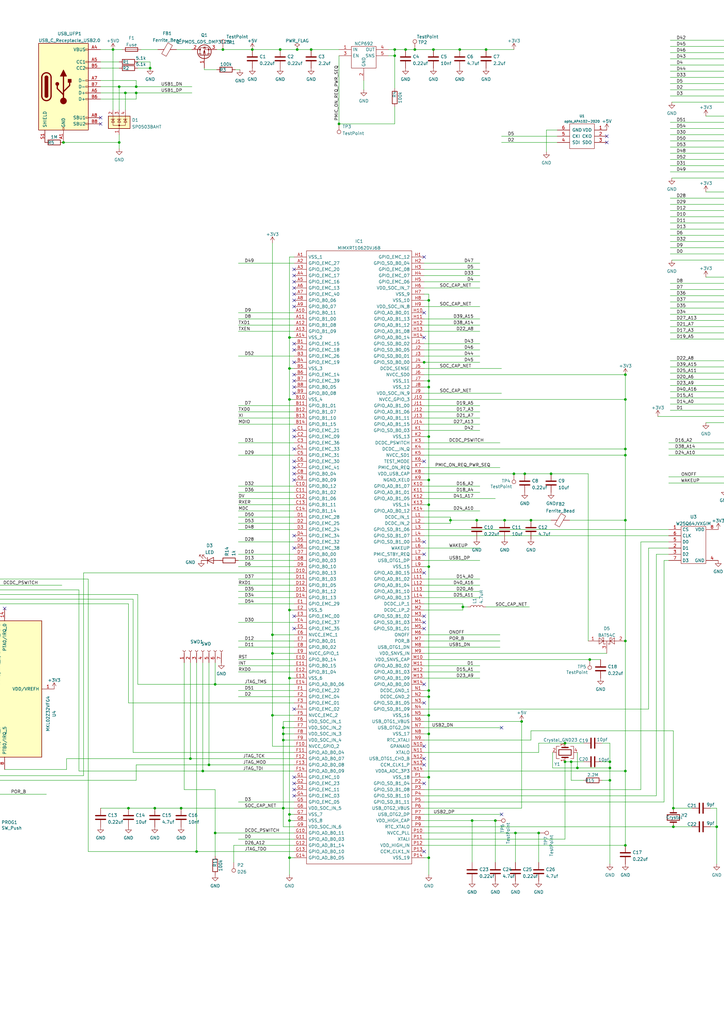
<source format=kicad_sch>
(kicad_sch (version 20230121) (generator eeschema)
  (paper "A3" portrait)
  (title_block (title "Teensy 4.1 example design Kicad") (rev "v1.0") (comment 1 "just seq numbered. This makes the schematic quite clumsy, but it works nonetheless.") (comment 2 "SamacSys Library Loader and this is the Quality you'll get. No grouping of pins - ") (comment 3 "Yeah. I know the main MCU symbol is stupidly organized, but I got it from the "))
  (junction (at 116.205 303.53))
  (junction (at 256.54 153.67))
  (junction (at 116.205 300.99))
  (junction (at 256.54 163.83))
  (junction (at 276.225 331.47))
  (junction (at 46.355 20.32))
  (junction (at 118.745 151.13))
  (junction (at 26.035 58.42))
  (junction (at 88.265 280.67))
  (junction (at 63.5 331.47))
  (junction (at 111.76 267.97))
  (junction (at 139.065 50.8))
  (junction (at 118.745 336.55))
  (junction (at 250.19 314.96))
  (junction (at 220.98 341.63))
  (junction (at 294.005 339.09))
  (junction (at 189.865 248.92))
  (junction (at 217.805 213.36))
  (junction (at 91.44 20.32))
  (junction (at 111.76 293.37))
  (junction (at 250.19 320.04))
  (junction (at 213.995 295.91))
  (junction (at 175.895 300.99))
  (junction (at 161.925 22.86))
  (junction (at 210.82 194.31))
  (junction (at 175.895 196.85))
  (junction (at 215.265 194.31))
  (junction (at 226.06 194.31))
  (junction (at 463.55 110.49))
  (junction (at 203.2 336.55))
  (junction (at 118.745 334.01))
  (junction (at 118.745 163.83))
  (junction (at 175.895 156.21))
  (junction (at 175.895 179.07))
  (junction (at 118.745 351.79))
  (junction (at 382.27 45.72))
  (junction (at 52.705 331.47))
  (junction (at 118.745 278.13))
  (junction (at 48.895 35.56))
  (junction (at 51.435 38.1))
  (junction (at 211.455 341.63))
  (junction (at 175.895 285.75))
  (junction (at 234.315 312.42))
  (junction (at 463.55 120.65))
  (junction (at 463.55 113.03))
  (junction (at 177.8 20.32))
  (junction (at 175.895 351.79))
  (junction (at 111.76 260.35))
  (junction (at 463.55 107.95))
  (junction (at 61.595 27.94))
  (junction (at 80.645 349.25))
  (junction (at 118.745 250.19))
  (junction (at 382.27 72.39))
  (junction (at 250.19 312.42))
  (junction (at 256.54 346.71))
  (junction (at 85.725 313.69))
  (junction (at 256.54 262.89))
  (junction (at 88.265 341.63))
  (junction (at 400.05 45.72))
  (junction (at 173.99 148.59))
  (junction (at 231.775 312.42))
  (junction (at 195.58 213.36))
  (junction (at 48.895 58.42))
  (junction (at 116.205 331.47))
  (junction (at 199.39 20.32))
  (junction (at 256.54 186.69))
  (junction (at 175.895 293.37))
  (junction (at 127.635 20.32))
  (junction (at 55.88 35.56))
  (junction (at 55.88 38.1))
  (junction (at 231.775 304.8))
  (junction (at 175.895 283.21))
  (junction (at -48.895 282.575))
  (junction (at 241.935 270.51))
  (junction (at 236.855 314.96))
  (junction (at 276.225 339.09))
  (junction (at 175.895 158.75))
  (junction (at 463.55 118.11))
  (junction (at 161.925 20.32))
  (junction (at 166.37 20.32))
  (junction (at 463.55 105.41))
  (junction (at 188.595 20.32))
  (junction (at 256.54 184.15))
  (junction (at 170.18 20.32))
  (junction (at 193.675 336.55))
  (junction (at 175.895 318.77))
  (junction (at 78.105 311.15))
  (junction (at 103.505 20.32))
  (junction (at 175.895 123.19))
  (junction (at 463.55 123.19))
  (junction (at 175.895 232.41))
  (junction (at 118.745 138.43))
  (junction (at 256.54 213.36))
  (junction (at 207.01 213.36))
  (junction (at 121.92 20.32))
  (junction (at 256.54 316.23))
  (junction (at 83.185 316.23))
  (junction (at 114.935 20.32))
  (junction (at 175.895 207.01))
  (junction (at 184.785 213.36))
  (junction (at 463.55 115.57))
  (junction (at 74.295 331.47))
  (junction (at 116.205 298.45))
  (junction (at 412.75 45.72))
  (no_connect (at 173.99 255.27))
  (no_connect (at 173.99 349.25))
  (no_connect (at 173.99 311.15))
  (no_connect (at 1.905 249.555))
  (no_connect (at 41.275 48.26))
  (no_connect (at 173.99 288.29))
  (no_connect (at 205.74 298.45))
  (no_connect (at 41.275 50.8))
  (no_connect (at 248.92 55.88))
  (no_connect (at 248.92 58.42))
  (no_connect (at 205.74 334.01))
  (no_connect (at 173.99 313.69))
  (no_connect (at 173.99 321.31))
  (no_connect (at -3.175 249.555))
  (no_connect (at 173.99 227.33))
  (no_connect (at 120.65 120.65))
  (no_connect (at 173.99 306.07))
  (no_connect (at 120.65 110.49))
  (no_connect (at 120.65 113.03))
  (no_connect (at 120.65 115.57))
  (no_connect (at 120.65 118.11))
  (no_connect (at 120.65 123.19))
  (no_connect (at 120.65 125.73))
  (no_connect (at 120.65 140.97))
  (no_connect (at 120.65 143.51))
  (no_connect (at 120.65 148.59))
  (no_connect (at 120.65 153.67))
  (no_connect (at 120.65 156.21))
  (no_connect (at 120.65 158.75))
  (no_connect (at 120.65 161.29))
  (no_connect (at 120.65 176.53))
  (no_connect (at 120.65 179.07))
  (no_connect (at 120.65 184.15))
  (no_connect (at 120.65 189.23))
  (no_connect (at 120.65 191.77))
  (no_connect (at 120.65 194.31))
  (no_connect (at 120.65 196.85))
  (no_connect (at 120.65 219.71))
  (no_connect (at 120.65 224.79))
  (no_connect (at 120.65 252.73))
  (no_connect (at 120.65 257.81))
  (no_connect (at 120.65 290.83))
  (no_connect (at 120.65 318.77))
  (no_connect (at 120.65 321.31))
  (no_connect (at 120.65 323.85))
  (no_connect (at 120.65 326.39))
  (no_connect (at 173.99 105.41))
  (no_connect (at 173.99 128.27))
  (no_connect (at 173.99 138.43))
  (no_connect (at 173.99 189.23))
  (no_connect (at 173.99 222.25))
  (no_connect (at 173.99 252.73))
  (no_connect (at 447.04 92.71))
  (no_connect (at 173.99 280.67))
  (no_connect (at 173.99 257.81))
  (no_connect (at 173.99 234.95))
  (wire (pts (xy 454.66 72.39) (xy 462.28 72.39)))
  (wire (pts (xy 173.99 303.53) (xy 217.805 303.53)))
  (wire (pts (xy 217.805 299.72) (xy 276.225 299.72)))
  (wire (pts (xy 217.805 303.53) (xy 217.805 299.72)))
  (wire (pts (xy 276.225 299.72) (xy 276.225 331.47)))
  (wire (pts (xy 274.955 67.945) (xy 297.815 67.945)))
  (wire (pts (xy 274.32 195.58) (xy 297.18 195.58)))
  (wire (pts (xy 95.885 346.71) (xy 120.65 346.71)))
  (wire (pts (xy 97.79 130.81) (xy 120.65 130.81)))
  (wire (pts (xy 175.895 351.79) (xy 173.99 351.79)))
  (wire (pts (xy 175.895 358.775) (xy 175.895 351.79)))
  (wire (pts (xy 97.79 173.99) (xy 120.65 173.99)))
  (wire (pts (xy 250.19 312.42) (xy 250.19 314.96)))
  (wire (pts (xy 400.05 45.72) (xy 400.05 48.26)))
  (wire (pts (xy 97.79 270.51) (xy 120.65 270.51)))
  (wire (pts (xy 46.355 20.32) (xy 46.355 45.085)))
  (wire (pts (xy 175.895 207.01) (xy 173.99 207.01)))
  (wire (pts (xy 175.895 232.41) (xy 175.895 207.01)))
  (wire (pts (xy 274.955 21.59) (xy 297.815 21.59)))
  (wire (pts (xy 463.55 105.41) (xy 463.55 107.95)))
  (wire (pts (xy 159.385 20.32) (xy 161.925 20.32)))
  (wire (pts (xy 173.99 191.77) (xy 205.105 191.77)))
  (wire (pts (xy 173.99 285.75) (xy 175.895 285.75)))
  (wire (pts (xy 97.79 229.87) (xy 120.65 229.87)))
  (wire (pts (xy 196.85 199.39) (xy 173.99 199.39)))
  (wire (pts (xy 97.79 285.75) (xy 120.65 285.75)))
  (wire (pts (xy 382.27 45.72) (xy 400.05 45.72)))
  (wire (pts (xy 196.85 146.05) (xy 173.99 146.05)))
  (wire (pts (xy 250.19 312.42) (xy 247.015 312.42)))
  (wire (pts (xy 250.19 304.8) (xy 250.19 312.42)))
  (wire (pts (xy 506.73 114.3) (xy 502.92 114.3)))
  (wire (pts (xy -0.635 325.755) (xy -0.635 315.595)))
  (wire (pts (xy 118.745 151.13) (xy 120.65 151.13)))
  (wire (pts (xy 118.745 163.83) (xy 118.745 151.13)))
  (wire (pts (xy 276.225 339.09) (xy 283.845 339.09)))
  (wire (pts (xy 173.99 270.51) (xy 241.935 270.51)))
  (wire (pts (xy 241.935 270.51) (xy 246.38 270.51)))
  (wire (pts (xy 274.955 70.485) (xy 297.815 70.485)))
  (wire (pts (xy 274.955 139.065) (xy 297.815 139.065)))
  (wire (pts (xy 274.9655 19.05) (xy 297.815 19.05)))
  (wire (pts (xy 274.955 163.195) (xy 297.815 163.195)))
  (wire (pts (xy 91.44 20.32) (xy 88.9 20.32)))
  (wire (pts (xy 103.505 20.32) (xy 91.44 20.32)))
  (wire (pts (xy 27.305 311.15) (xy 27.305 315.595)))
  (wire (pts (xy 27.305 311.15) (xy 78.105 311.15)))
  (wire (pts (xy 27.305 315.595) (xy 1.905 315.595)))
  (wire (pts (xy 78.105 311.15) (xy 120.65 311.15)))
  (wire (pts (xy 276.225 331.47) (xy 283.845 331.47)))
  (wire (pts (xy 196.85 113.03) (xy 173.99 113.03)))
  (wire (pts (xy 447.04 83.82) (xy 459.74 83.82)))
  (wire (pts (xy 274.955 31.75) (xy 297.815 31.75)))
  (wire (pts (xy 196.85 133.35) (xy 173.99 133.35)))
  (wire (pts (xy 173.99 262.89) (xy 205.105 262.89)))
  (wire (pts (xy 236.855 314.96) (xy 250.19 314.96)))
  (wire (pts (xy 97.79 107.95) (xy 120.65 107.95)))
  (wire (pts (xy 97.79 247.65) (xy 120.65 247.65)))
  (wire (pts (xy 55.88 35.56) (xy 78.74 35.56)))
  (wire (pts (xy 173.99 148.59) (xy 173.9795 148.59)))
  (wire (pts (xy 196.8395 148.59) (xy 173.99 148.59)))
  (wire (pts (xy 173.99 186.69) (xy 256.54 186.69)))
  (wire (pts (xy 373.38 87.63) (xy 386.08 87.63)))
  (wire (pts (xy 175.895 120.65) (xy 173.99 120.65)))
  (wire (pts (xy 175.895 123.19) (xy 175.895 120.65)))
  (wire (pts (xy 248.92 267.97) (xy 173.99 267.97)))
  (wire (pts (xy 256.54 213.36) (xy 256.54 262.89)))
  (wire (pts (xy 256.54 262.89) (xy 256.54 316.23)))
  (wire (pts (xy 250.19 320.04) (xy 250.19 314.96)))
  (wire (pts (xy 250.19 354.33) (xy 250.19 320.04)))
  (wire (pts (xy -48.895 280.035) (xy -48.895 282.575)))
  (wire (pts (xy 173.99 247.65) (xy 189.865 247.65)))
  (wire (pts (xy 189.865 247.65) (xy 189.865 248.92)))
  (wire (pts (xy 189.865 248.92) (xy 191.77 248.92)))
  (wire (pts (xy 274.955 50.165) (xy 297.815 50.165)))
  (wire (pts (xy 289.56 47.625) (xy 297.815 47.625)))
  (wire (pts (xy 116.205 295.91) (xy 116.205 298.45)))
  (wire (pts (xy 196.85 201.93) (xy 173.99 201.93)))
  (wire (pts (xy 97.79 201.93) (xy 120.65 201.93)))
  (wire (pts (xy 175.895 293.37) (xy 173.99 293.37)))
  (wire (pts (xy 175.895 300.99) (xy 175.895 293.37)))
  (wire (pts (xy 203.2 336.55) (xy 193.675 336.55)))
  (wire (pts (xy 203.2 353.695) (xy 203.2 336.55)))
  (wire (pts (xy 382.27 74.93) (xy 382.27 72.39)))
  (wire (pts (xy 173.99 161.29) (xy 205.74 161.29)))
  (wire (pts (xy 274.955 62.865) (xy 297.815 62.865)))
  (wire (pts (xy 382.27 72.39) (xy 382.27 45.72)))
  (wire (pts (xy 97.79 168.91) (xy 120.65 168.91)))
  (wire (pts (xy 274.955 160.655) (xy 297.815 160.655)))
  (wire (pts (xy 463.55 123.19) (xy 463.55 125.73)))
  (wire (pts (xy 196.85 135.89) (xy 173.99 135.89)))
  (wire (pts (xy 161.925 22.86) (xy 161.925 20.32)))
  (wire (pts (xy 196.85 240.03) (xy 173.99 240.03)))
  (wire (pts (xy 211.455 341.63) (xy 220.98 341.63)))
  (wire (pts (xy 220.98 341.63) (xy 220.98 353.695)))
  (wire (pts (xy 196.85 171.45) (xy 173.99 171.45)))
  (wire (pts (xy 196.85 176.53) (xy 173.99 176.53)))
  (wire (pts (xy 196.85 242.57) (xy 173.99 242.57)))
  (wire (pts (xy 97.79 344.17) (xy 120.65 344.17)))
  (wire (pts (xy 173.99 151.13) (xy 205.74 151.13)))
  (wire (pts (xy 463.55 100.33) (xy 463.55 105.41)))
  (wire (pts (xy 97.79 209.55) (xy 120.65 209.55)))
  (wire (pts (xy 88.265 341.63) (xy 88.265 351.155)))
  (wire (pts (xy 274.955 86.36) (xy 297.815 86.36)))
  (wire (pts (xy 463.55 115.57) (xy 463.55 118.11)))
  (wire (pts (xy 373.38 100.33) (xy 386.08 100.33)))
  (wire (pts (xy 274.955 24.13) (xy 297.815 24.13)))
  (wire (pts (xy 373.38 82.55) (xy 386.08 82.55)))
  (wire (pts (xy -8.255 249.555) (xy -8.255 245.745)))
  (wire (pts (xy 274.955 65.405) (xy 297.815 65.405)))
  (wire (pts (xy 116.205 298.45) (xy 116.205 300.99)))
  (wire (pts (xy 173.99 344.17) (xy 231.775 344.17)))
  (wire (pts (xy 231.775 344.17) (xy 231.775 312.42)))
  (wire (pts (xy 111.76 267.97) (xy 120.65 267.97)))
  (wire (pts (xy 97.79 186.69) (xy 120.65 186.69)))
  (wire (pts (xy 173.99 217.17) (xy 274.32 217.17)))
  (wire (pts (xy 274.955 150.495) (xy 297.815 150.495)))
  (wire (pts (xy 173.99 181.61) (xy 205.105 181.61)))
  (wire (pts (xy 205.74 55.88) (xy 228.6 55.88)))
  (wire (pts (xy 447.04 118.11) (xy 463.55 118.11)))
  (wire (pts (xy 118.745 163.83) (xy 120.65 163.83)))
  (wire (pts (xy 118.745 250.19) (xy 118.745 163.83)))
  (wire (pts (xy 97.79 222.25) (xy 120.65 222.25)))
  (wire (pts (xy 116.205 339.09) (xy 116.205 331.47)))
  (wire (pts (xy 120.65 339.09) (xy 116.205 339.09)))
  (wire (pts (xy 457.2 100.33) (xy 463.55 100.33)))
  (wire (pts (xy 196.85 107.95) (xy 173.99 107.95)))
  (wire (pts (xy 173.99 323.85) (xy 262.89 323.85)))
  (wire (pts (xy 262.89 222.25) (xy 274.32 222.25)))
  (wire (pts (xy 262.89 323.85) (xy 262.89 222.25)))
  (wire (pts (xy 373.38 77.47) (xy 386.08 77.47)))
  (wire (pts (xy 41.275 27.94) (xy 48.895 27.94)))
  (wire (pts (xy 97.79 204.47) (xy 120.65 204.47)))
  (wire (pts (xy 463.55 118.11) (xy 463.55 120.65)))
  (wire (pts (xy 297.815 26.67) (xy 274.955 26.67)))
  (wire (pts (xy 247.015 320.04) (xy 250.19 320.04)))
  (wire (pts (xy 41.275 25.4) (xy 48.895 25.4)))
  (wire (pts (xy 175.895 179.07) (xy 173.99 179.07)))
  (wire (pts (xy 175.895 196.85) (xy 175.895 179.07)))
  (wire (pts (xy 175.895 207.01) (xy 175.895 196.85)))
  (wire (pts (xy 196.85 140.97) (xy 173.99 140.97)))
  (wire (pts (xy 373.38 105.41) (xy 386.08 105.41)))
  (wire (pts (xy 175.895 158.75) (xy 173.99 158.75)))
  (wire (pts (xy 175.895 179.07) (xy 175.895 158.75)))
  (wire (pts (xy -3.175 315.595) (xy -3.175 333.375)))
  (wire (pts (xy 103.505 20.32) (xy 114.935 20.32)))
  (wire (pts (xy 127.635 20.32) (xy 139.065 20.32)))
  (wire (pts (xy 97.79 245.11) (xy 120.65 245.11)))
  (wire (pts (xy 386.08 74.93) (xy 382.27 74.93)))
  (wire (pts (xy 256.54 184.15) (xy 173.99 184.15)))
  (wire (pts (xy 256.54 186.69) (xy 256.54 184.15)))
  (wire (pts (xy 256.54 213.36) (xy 256.54 186.69)))
  (wire (pts (xy 97.79 262.89) (xy 120.65 262.89)))
  (wire (pts (xy 97.79 212.09) (xy 120.65 212.09)))
  (wire (pts (xy 95.885 353.695) (xy 95.885 346.71)))
  (wire (pts (xy 116.205 300.99) (xy 120.65 300.99)))
  (wire (pts (xy 447.04 107.95) (xy 463.55 107.95)))
  (wire (pts (xy -8.255 318.135) (xy -8.255 315.595)))
  (wire (pts (xy 34.29 234.95) (xy 34.29 318.135)))
  (wire (pts (xy 34.29 318.135) (xy -8.255 318.135)))
  (wire (pts (xy 120.65 234.95) (xy 34.29 234.95)))
  (wire (pts (xy 447.04 86.36) (xy 459.74 86.36)))
  (wire (pts (xy 463.55 110.49) (xy 463.55 113.03)))
  (wire (pts (xy 97.79 240.03) (xy 120.65 240.03)))
  (wire (pts (xy 274.955 128.905) (xy 297.815 128.905)))
  (wire (pts (xy 274.955 55.245) (xy 297.815 55.245)))
  (wire (pts (xy 274.955 126.365) (xy 297.815 126.365)))
  (wire (pts (xy 274.955 165.735) (xy 297.815 165.735)))
  (wire (pts (xy 220.98 304.8) (xy 220.98 308.61)))
  (wire (pts (xy 231.775 304.8) (xy 220.98 304.8)))
  (wire (pts (xy 118.745 336.55) (xy 118.745 334.01)))
  (wire (pts (xy 139.065 50.8) (xy 139.065 22.86)))
  (wire (pts (xy -10.795 330.2) (xy -5.715 330.2)))
  (wire (pts (xy -15.875 241.935) (xy -15.875 249.555)))
  (wire (pts (xy 78.105 271.78) (xy 78.105 311.15)))
  (wire (pts (xy 196.85 275.59) (xy 173.99 275.59)))
  (wire (pts (xy 97.79 146.05) (xy 120.65 146.05)))
  (wire (pts (xy 275.59 106.68) (xy 297.815 106.68)))
  (wire (pts (xy 231.775 304.8) (xy 239.395 304.8)))
  (wire (pts (xy 114.935 20.32) (xy 121.92 20.32)))
  (wire (pts (xy 121.92 20.32) (xy 127.635 20.32)))
  (wire (pts (xy 97.79 166.37) (xy 120.65 166.37)))
  (wire (pts (xy 373.38 102.87) (xy 386.08 102.87)))
  (wire (pts (xy 274.955 153.035) (xy 297.815 153.035)))
  (wire (pts (xy 97.79 207.01) (xy 120.65 207.01)))
  (wire (pts (xy 199.39 248.92) (xy 217.17 248.92)))
  (wire (pts (xy 412.75 45.72) (xy 400.05 45.72)))
  (wire (pts (xy 97.79 128.27) (xy 120.65 128.27)))
  (wire (pts (xy 274.955 168.275) (xy 297.815 168.275)))
  (wire (pts (xy 173.99 224.79) (xy 196.85 224.79)))
  (wire (pts (xy 118.745 250.19) (xy 120.65 250.19)))
  (wire (pts (xy 118.745 278.13) (xy 118.745 250.19)))
  (wire (pts (xy 97.79 237.49) (xy 120.65 237.49)))
  (wire (pts (xy 463.55 107.95) (xy 463.55 110.49)))
  (wire (pts (xy 274.32 186.69) (xy 297.18 186.69)))
  (wire (pts (xy 274.955 131.445) (xy 297.815 131.445)))
  (wire (pts (xy 48.895 35.56) (xy 48.895 45.085)))
  (wire (pts (xy 274.955 147.955) (xy 297.815 147.955)))
  (wire (pts (xy 97.79 214.63) (xy 120.65 214.63)))
  (wire (pts (xy 96.52 28.575) (xy 98.425 28.575)))
  (wire (pts (xy 269.875 170.815) (xy 297.815 170.815)))
  (wire (pts (xy 373.38 95.25) (xy 386.08 95.25)))
  (wire (pts (xy 233.68 213.36) (xy 256.54 213.36)))
  (wire (pts (xy 48.895 55.245) (xy 48.895 58.42)))
  (wire (pts (xy 48.895 58.42) (xy 48.895 60.96)))
  (wire (pts (xy 63.5 331.47) (xy 74.295 331.47)))
  (wire (pts (xy 74.295 331.47) (xy 116.205 331.47)))
  (wire (pts (xy 373.38 80.01) (xy 386.08 80.01)))
  (wire (pts (xy 291.465 331.47) (xy 294.005 331.47)))
  (wire (pts (xy 294.005 331.47) (xy 294.005 339.09)))
  (wire (pts (xy 294.005 339.09) (xy 294.005 354.33)))
  (wire (pts (xy 224.155 53.34) (xy 224.155 62.23)))
  (wire (pts (xy 228.6 53.34) (xy 224.155 53.34)))
  (wire (pts (xy 56.515 27.94) (xy 61.595 27.94)))
  (wire (pts (xy 116.205 303.53) (xy 120.65 303.53)))
  (wire (pts (xy 111.76 293.37) (xy 120.65 293.37)))
  (wire (pts (xy 118.745 336.55) (xy 118.745 351.79)))
  (wire (pts (xy 118.745 351.79) (xy 118.745 358.775)))
  (wire (pts (xy 274.955 88.9) (xy 297.815 88.9)))
  (wire (pts (xy 55.88 38.1) (xy 78.74 38.1)))
  (wire (pts (xy 274.955 99.06) (xy 297.815 99.06)))
  (wire (pts (xy 447.04 100.33) (xy 449.58 100.33)))
  (wire (pts (xy -10.795 315.595) (xy -10.795 320.04)))
  (wire (pts (xy -10.795 320.04) (xy 55.88 320.04)))
  (wire (pts (xy 55.88 313.69) (xy 85.725 313.69)))
  (wire (pts (xy 55.88 320.04) (xy 55.88 313.69)))
  (wire (pts (xy 85.725 313.69) (xy 120.65 313.69)))
  (wire (pts (xy 97.79 181.61) (xy 120.65 181.61)))
  (wire (pts (xy 149.225 33.02) (xy 149.225 36.83)))
  (wire (pts (xy 196.85 168.91) (xy 173.99 168.91)))
  (wire (pts (xy 463.55 120.65) (xy 463.55 123.19)))
  (wire (pts (xy 275.59 73.025) (xy 297.815 73.025)))
  (wire (pts (xy 118.745 278.13) (xy 118.745 334.01)))
  (wire (pts (xy 118.745 278.13) (xy 120.65 278.13)))
  (wire (pts (xy 274.955 29.21) (xy 297.815 29.21)))
  (wire (pts (xy 97.79 283.21) (xy 120.65 283.21)))
  (wire (pts (xy 274.955 57.785) (xy 297.815 57.785)))
  (wire (pts (xy 173.99 326.39) (xy 269.24 326.39)))
  (wire (pts (xy 269.24 227.33) (xy 274.32 227.33)))
  (wire (pts (xy 269.24 326.39) (xy 269.24 227.33)))
  (wire (pts (xy 274.955 121.285) (xy 297.815 121.285)))
  (wire (pts (xy 173.99 125.73) (xy 196.85 125.73)))
  (wire (pts (xy 83.82 27.94) (xy 83.82 28.575)))
  (wire (pts (xy 83.82 28.575) (xy 88.9 28.575)))
  (wire (pts (xy 175.895 156.21) (xy 173.99 156.21)))
  (wire (pts (xy 175.895 158.75) (xy 175.895 156.21)))
  (wire (pts (xy 173.99 118.11) (xy 196.85 118.11)))
  (wire (pts (xy 447.04 113.03) (xy 463.55 113.03)))
  (wire (pts (xy 88.265 341.63) (xy 120.65 341.63)))
  (wire (pts (xy -31.115 330.2) (xy -31.115 327.025)))
  (wire (pts (xy -26.035 330.2) (xy -31.115 330.2)))
  (wire (pts (xy 175.895 232.41) (xy 173.99 232.41)))
  (wire (pts (xy 175.895 283.21) (xy 175.895 232.41)))
  (wire (pts (xy 175.895 285.75) (xy 175.895 283.21)))
  (wire (pts (xy 175.895 293.37) (xy 175.895 285.75)))
  (wire (pts (xy 175.895 318.77) (xy 173.99 318.77)))
  (wire (pts (xy 175.895 351.79) (xy 175.895 318.77)))
  (wire (pts (xy 118.745 351.79) (xy 120.65 351.79)))
  (wire (pts (xy 173.99 334.01) (xy 205.74 334.01)))
  (wire (pts (xy 173.99 260.35) (xy 205.105 260.35)))
  (wire (pts (xy 88.265 271.78) (xy 88.265 280.67)))
  (wire (pts (xy 97.79 135.89) (xy 120.65 135.89)))
  (wire (pts (xy 231.775 312.42) (xy 234.315 312.42)))
  (wire (pts (xy 234.315 312.42) (xy 239.395 312.42)))
  (wire (pts (xy 274.32 181.61) (xy 297.18 181.61)))
  (wire (pts (xy 205.74 58.42) (xy 228.6 58.42)))
  (wire (pts (xy 57.785 20.32) (xy 64.77 20.32)))
  (wire (pts (xy 97.79 171.45) (xy 120.65 171.45)))
  (wire (pts (xy 274.955 155.575) (xy 297.815 155.575)))
  (wire (pts (xy 97.79 232.41) (xy 120.65 232.41)))
  (wire (pts (xy 173.99 229.87) (xy 196.85 229.87)))
  (wire (pts (xy 226.695 308.61) (xy 226.695 314.96)))
  (wire (pts (xy 226.695 314.96) (xy 236.855 314.96)))
  (wire (pts (xy 236.855 314.96) (xy 236.855 308.61)))
  (wire (pts (xy 72.39 20.32) (xy 78.74 20.32)))
  (wire (pts (xy 291.465 339.09) (xy 294.005 339.09)))
  (wire (pts (xy 427.99 45.72) (xy 412.75 45.72)))
  (wire (pts (xy 46.355 20.32) (xy 50.165 20.32)))
  (wire (pts (xy 41.275 20.32) (xy 46.355 20.32)))
  (wire (pts (xy 463.55 113.03) (xy 463.55 115.57)))
  (wire (pts (xy 274.955 118.745) (xy 297.815 118.745)))
  (wire (pts (xy 274.955 60.325) (xy 297.815 60.325)))
  (wire (pts (xy 173.99 214.63) (xy 184.785 214.63)))
  (wire (pts (xy 184.785 214.63) (xy 184.785 213.36)))
  (wire (pts (xy 297.18 198.12) (xy 274.32 198.12)))
  (wire (pts (xy 85.725 271.78) (xy 85.725 313.69)))
  (wire (pts (xy 196.85 130.81) (xy 173.99 130.81)))
  (wire (pts (xy 175.895 300.99) (xy 173.99 300.99)))
  (wire (pts (xy 175.895 318.77) (xy 175.895 300.99)))
  (wire (pts (xy 447.04 110.49) (xy 463.55 110.49)))
  (wire (pts (xy 373.38 85.09) (xy 386.08 85.09)))
  (wire (pts (xy 175.895 123.19) (xy 173.99 123.19)))
  (wire (pts (xy 175.895 156.21) (xy 175.895 123.19)))
  (wire (pts (xy 274.955 133.985) (xy 297.815 133.985)))
  (wire (pts (xy 173.99 250.19) (xy 189.865 250.19)))
  (wire (pts (xy 189.865 250.19) (xy 189.865 248.92)))
  (wire (pts (xy 161.925 20.32) (xy 166.37 20.32)))
  (wire (pts (xy 166.37 20.32) (xy 170.18 20.32)))
  (wire (pts (xy 170.18 20.32) (xy 177.8 20.32)))
  (wire (pts (xy 177.8 20.32) (xy 188.595 20.32)))
  (wire (pts (xy 199.39 20.32) (xy 210.82 20.32)))
  (wire (pts (xy 173.99 290.83) (xy 266.065 290.83)))
  (wire (pts (xy 266.065 224.79) (xy 274.32 224.79)))
  (wire (pts (xy 266.065 290.83) (xy 266.065 224.79)))
  (wire (pts (xy 447.04 120.65) (xy 463.55 120.65)))
  (wire (pts (xy 118.745 105.41) (xy 120.65 105.41)))
  (wire (pts (xy 118.745 138.43) (xy 118.745 105.41)))
  (wire (pts (xy 196.85 245.11) (xy 173.99 245.11)))
  (wire (pts (xy 274.955 39.37) (xy 297.815 39.37)))
  (wire (pts (xy 97.79 242.57) (xy 120.65 242.57)))
  (wire (pts (xy 274.955 136.525) (xy 297.815 136.525)))
  (wire (pts (xy 159.385 22.86) (xy 161.925 22.86)))
  (wire (pts (xy 274.955 158.115) (xy 297.815 158.115)))
  (wire (pts (xy 373.38 97.79) (xy 386.08 97.79)))
  (wire (pts (xy 173.99 204.47) (xy 203.2 204.47)))
  (wire (pts (xy 97.79 273.05) (xy 120.65 273.05)))
  (wire (pts (xy 213.995 295.91) (xy 213.995 331.47)))
  (wire (pts (xy 173.99 194.31) (xy 210.82 194.31)))
  (wire (pts (xy 210.82 194.31) (xy 215.265 194.31)))
  (wire (pts (xy 215.265 194.31) (xy 226.06 194.31)))
  (wire (pts (xy 447.04 123.19) (xy 463.55 123.19)))
  (wire (pts (xy 447.04 115.57) (xy 463.55 115.57)))
  (wire (pts (xy 196.85 278.13) (xy 173.99 278.13)))
  (wire (pts (xy 97.79 265.43) (xy 120.65 265.43)))
  (wire (pts (xy 274.955 91.44) (xy 297.815 91.44)))
  (wire (pts (xy 226.06 194.31) (xy 241.3 194.31)))
  (wire (pts (xy 241.3 194.31) (xy 241.3 262.89)))
  (wire (pts (xy 26.035 58.42) (xy 48.895 58.42)))
  (wire (pts (xy 52.705 331.47) (xy 41.275 331.47)))
  (wire (pts (xy 63.5 331.47) (xy 52.705 331.47)))
  (wire (pts (xy 116.205 331.47) (xy 120.65 331.47)))
  (wire (pts (xy 274.955 36.83) (xy 297.815 36.83)))
  (wire (pts (xy 274.955 116.205) (xy 297.815 116.205)))
  (wire (pts (xy 196.85 209.55) (xy 173.99 209.55)))
  (wire (pts (xy 173.99 212.09) (xy 184.785 212.09)))
  (wire (pts (xy 184.785 212.09) (xy 184.785 213.36)))
  (wire (pts (xy 184.785 213.36) (xy 195.58 213.36)))
  (wire (pts (xy 195.58 213.36) (xy 207.01 213.36)))
  (wire (pts (xy 207.01 213.36) (xy 217.805 213.36)))
  (wire (pts (xy 217.805 213.36) (xy 226.06 213.36)))
  (wire (pts (xy 173.99 153.67) (xy 256.54 153.67)))
  (wire (pts (xy 256.54 153.67) (xy 256.54 163.83)))
  (wire (pts (xy 256.54 163.83) (xy 256.54 184.15)))
  (wire (pts (xy -0.635 247.65) (xy -0.635 249.555)))
  (wire (pts (xy 52.705 247.65) (xy -0.635 247.65)))
  (wire (pts (xy 52.705 288.29) (xy 52.705 247.65)))
  (wire (pts (xy 120.65 288.29) (xy 52.705 288.29)))
  (wire (pts (xy 196.85 173.99) (xy 173.99 173.99)))
  (wire (pts (xy 274.955 104.14) (xy 297.815 104.14)))
  (wire (pts (xy 196.85 273.05) (xy 173.99 273.05)))
  (wire (pts (xy 173.99 196.85) (xy 175.895 196.85)))
  (wire (pts (xy 56.515 280.67) (xy 56.515 243.84)))
  (wire (pts (xy 56.515 280.67) (xy 88.265 280.67)))
  (wire (pts (xy 88.265 280.67) (xy 120.65 280.67)))
  (wire (pts (xy 161.925 43.815) (xy 161.925 50.8)))
  (wire (pts (xy 161.925 50.8) (xy 139.065 50.8)))
  (wire (pts (xy 97.79 199.39) (xy 120.65 199.39)))
  (wire (pts (xy 196.85 110.49) (xy 173.99 110.49)))
  (wire (pts (xy 274.955 123.825) (xy 297.815 123.825)))
  (wire (pts (xy 274.955 96.52) (xy 297.815 96.52)))
  (wire (pts (xy 54.61 308.61) (xy 54.61 245.745)))
  (wire (pts (xy 120.65 308.61) (xy 54.61 308.61)))
  (wire (pts (xy 173.99 336.55) (xy 193.675 336.55)))
  (wire (pts (xy 193.675 336.55) (xy 193.675 353.695)))
  (wire (pts (xy 173.99 295.91) (xy 213.995 295.91)))
  (wire (pts (xy 173.99 265.43) (xy 205.105 265.43)))
  (wire (pts (xy 274.955 83.82) (xy 297.815 83.82)))
  (wire (pts (xy 274.955 93.98) (xy 297.815 93.98)))
  (wire (pts (xy 274.955 34.29) (xy 297.815 34.29)))
  (wire (pts (xy 120.65 295.91) (xy 116.205 295.91)))
  (wire (pts (xy 274.955 81.28) (xy 297.815 81.28)))
  (wire (pts (xy 173.99 341.63) (xy 211.455 341.63)))
  (wire (pts (xy 211.455 341.63) (xy 211.455 353.695)))
  (wire (pts (xy 97.79 227.33) (xy 120.65 227.33)))
  (wire (pts (xy 173.99 328.93) (xy 272.415 328.93)))
  (wire (pts (xy 272.415 229.87) (xy 274.32 229.87)))
  (wire (pts (xy 272.415 328.93) (xy 272.415 229.87)))
  (wire (pts (xy 173.99 163.83) (xy 256.54 163.83)))
  (wire (pts (xy 447.04 78.74) (xy 459.74 78.74)))
  (wire (pts (xy 173.99 331.47) (xy 213.995 331.47)))
  (wire (pts (xy 173.99 219.71) (xy 274.32 219.71)))
  (wire (pts (xy 116.205 298.45) (xy 120.65 298.45)))
  (wire (pts (xy 173.99 298.45) (xy 205.74 298.45)))
  (wire (pts (xy 275.59 41.91) (xy 297.815 41.91)))
  (wire (pts (xy 382.27 44.45) (xy 382.27 45.72)))
  (wire (pts (xy 56.515 25.4) (xy 61.595 25.4)))
  (wire (pts (xy 61.595 25.4) (xy 61.595 27.94)))
  (wire (pts (xy 97.79 133.35) (xy 120.65 133.35)))
  (wire (pts (xy 41.275 40.64) (xy 55.88 40.64)))
  (wire (pts (xy 55.88 40.64) (xy 55.88 38.1)))
  (wire (pts (xy -5.715 240.03) (xy 25.4 240.03)))
  (wire (pts (xy -5.715 249.555) (xy -5.715 240.03)))
  (wire (pts (xy 97.79 328.93) (xy 120.65 328.93)))
  (wire (pts (xy 274.955 52.705) (xy 297.815 52.705)))
  (wire (pts (xy 83.185 271.78) (xy 83.185 316.23)))
  (wire (pts (xy 427.99 48.26) (xy 427.99 45.72)))
  (wire (pts (xy 173.99 308.61) (xy 220.98 308.61)))
  (wire (pts (xy 447.04 81.28) (xy 459.74 81.28)))
  (wire (pts (xy 373.38 90.17) (xy 386.08 90.17)))
  (wire (pts (xy 118.745 138.43) (xy 120.65 138.43)))
  (wire (pts (xy 118.745 151.13) (xy 118.745 138.43)))
  (wire (pts (xy 289.56 113.665) (xy 297.815 113.665)))
  (wire (pts (xy 173.99 283.21) (xy 175.895 283.21)))
  (wire (pts (xy -10.795 243.84) (xy -10.795 249.555)))
  (wire (pts (xy -10.795 243.84) (xy 56.515 243.84)))
  (wire (pts (xy 97.79 217.17) (xy 120.65 217.17)))
  (wire (pts (xy 412.75 45.72) (xy 412.75 48.26)))
  (wire (pts (xy 289.56 173.355) (xy 297.815 173.355)))
  (wire (pts (xy -0.635 325.755) (xy 19.05 325.755)))
  (wire (pts (xy 447.04 105.41) (xy 463.55 105.41)))
  (wire (pts (xy -15.875 241.935) (xy 32.385 241.935)))
  (wire (pts (xy 32.385 241.935) (xy 32.385 316.23)))
  (wire (pts (xy 32.385 316.23) (xy 83.185 316.23)))
  (wire (pts (xy 83.185 316.23) (xy 120.65 316.23)))
  (wire (pts (xy 116.205 300.99) (xy 116.205 303.53)))
  (wire (pts (xy 196.85 143.51) (xy 173.99 143.51)))
  (wire (pts (xy 234.315 320.04) (xy 234.315 312.42)))
  (wire (pts (xy 239.395 320.04) (xy 234.315 320.04)))
  (wire (pts (xy 196.85 115.57) (xy 173.99 115.57)))
  (wire (pts (xy 274.32 184.15) (xy 297.18 184.15)))
  (wire (pts (xy 41.275 38.1) (xy 51.435 38.1)))
  (wire (pts (xy 51.435 38.1) (xy 55.88 38.1)))
  (wire (pts (xy 97.79 255.27) (xy 120.65 255.27)))
  (wire (pts (xy 116.205 303.53) (xy 116.205 331.47)))
  (wire (pts (xy 373.38 92.71) (xy 386.08 92.71)))
  (wire (pts (xy 118.745 334.01) (xy 120.65 334.01)))
  (wire (pts (xy 173.99 339.09) (xy 276.225 339.09)))
  (wire (pts (xy -13.335 237.49) (xy 36.195 237.49)))
  (wire (pts (xy -13.335 249.555) (xy -13.335 237.49)))
  (wire (pts (xy 36.195 237.49) (xy 36.195 349.25)))
  (wire (pts (xy 36.195 349.25) (xy 80.645 349.25)))
  (wire (pts (xy 80.645 349.25) (xy 120.65 349.25)))
  (wire (pts (xy -5.715 315.595) (xy -5.715 330.2)))
  (wire (pts (xy 118.745 336.55) (xy 120.65 336.55)))
  (wire (pts (xy 196.85 166.37) (xy 173.99 166.37)))
  (wire (pts (xy 41.275 33.02) (xy 55.88 33.02)))
  (wire (pts (xy 41.275 35.56) (xy 48.895 35.56)))
  (wire (pts (xy 48.895 35.56) (xy 55.88 35.56)))
  (wire (pts (xy 55.88 33.02) (xy 55.88 35.56)))
  (wire (pts (xy 274.955 101.6) (xy 297.815 101.6)))
  (wire (pts (xy 289.56 78.74) (xy 297.815 78.74)))
  (wire (pts (xy 173.99 346.71) (xy 256.54 346.71)))
  (wire (pts (xy 256.54 346.71) (xy 256.54 316.23)))
  (wire (pts (xy 51.435 38.1) (xy 51.435 45.085)))
  (wire (pts (xy 111.76 99.695) (xy 111.76 260.35)))
  (wire (pts (xy 111.76 260.35) (xy 111.76 267.97)))
  (wire (pts (xy 111.76 267.97) (xy 111.76 293.37)))
  (wire (pts (xy 111.76 293.37) (xy 111.76 306.07)))
  (wire (pts (xy 111.76 306.07) (xy 120.65 306.07)))
  (wire (pts (xy -8.255 245.745) (xy 54.61 245.745)))
  (wire (pts (xy 188.595 20.32) (xy 199.39 20.32)))
  (wire (pts (xy 274.955 16.51) (xy 297.815 16.51)))
  (wire (pts (xy 250.19 304.8) (xy 247.015 304.8)))
  (wire (pts (xy 111.76 260.35) (xy 120.65 260.35)))
  (wire (pts (xy 80.645 271.78) (xy 80.645 349.25)))
  (wire (pts (xy 502.92 114.3) (xy 502.92 125.73)))
  (wire (pts (xy 161.925 22.86) (xy 161.925 36.195)))
  (wire (pts (xy 173.99 316.23) (xy 256.54 316.23)))
  (wire (pts (xy 382.27 72.39) (xy 386.08 72.39)))
  (wire (pts (xy 75.565 271.78) (xy 75.565 323.85)))
  (wire (pts (xy 88.265 323.85) (xy 75.565 323.85)))
  (wire (pts (xy 88.265 341.63) (xy 88.265 323.85)))
  (wire (pts (xy 97.79 275.59) (xy 120.65 275.59)))
  (wire (pts (xy 196.85 237.49) (xy 173.99 237.49)))
  (label "R+" (at 506.73 99.06 0))
  (label "D30" (at 100.33 255.27 0))
  (label "D27_A13" (at 194.31 173.99 180))
  (label "D23_A9" (at 194.31 278.13 180))
  (label "D12" (at 100.33 262.89 0))
  (label "MDC" (at 97.79 209.55 0))
  (label "D50" (at 277.495 57.785 0))
  (label "D36" (at 100.33 201.93 0))
  (label "JTAG_TCK" (at 99.695 311.15 0))
  (label "SOC_CAP_NET" (at 180.34 118.11 0))
  (label "D13" (at 277.495 93.98 0))
  (label "D11" (at 277.495 91.44 0))
  (label "D37" (at 277.495 123.825 0))
  (label "D20_A6" (at 194.31 242.57 180))
  (label "D11" (at 100.33 265.43 0))
  (label "D38_A14" (at 276.86 184.15 0))
  (label "INT" (at 97.79 273.05 0))
  (label "TXEN" (at 97.79 135.89 0))
  (label "ACK_LED" (at 506.73 111.76 180))
  (label "D45" (at 277.495 19.05 0))
  (label "D53" (at 277.495 60.325 0))
  (label "POR_B" (at 4.445 325.755 0))
  (label "D33" (at 194.31 113.03 180))
  (label "D48" (at 277.495 62.865 0))
  (label "D5" (at 194.31 110.49 180))
  (label "D10" (at 277.495 88.9 0))
  (label "D34" (at 100.33 245.11 0))
  (label "D25_A11" (at 277.495 153.035 0))
  (label "D6" (at 277.495 96.52 0))
  (label "D32" (at 277.495 99.06 0))
  (label "D18_A4" (at 194.31 201.93 180))
  (label "SOC_CAP_NET" (at 180.34 125.73 0))
  (label "D6" (at 100.33 232.41 0))
  (label "D19_A5" (at 194.31 166.37 180))
  (label "USB2_DN" (at 177.165 298.45 0))
  (label "D26_A12" (at 100.33 346.71 0))
  (label "D42" (at 277.495 16.51 0))
  (label "TXD1" (at 97.79 133.35 0))
  (label "D16_A2" (at 194.31 199.39 180))
  (label "D12" (at 277.495 86.36 0))
  (label "D54" (at 277.495 52.705 0))
  (label "D16_A2" (at 276.86 181.61 0))
  (label "D41_A17" (at 194.31 204.47 180))
  (label "D31" (at 100.33 181.61 0))
  (label "D40_A16" (at 277.495 160.655 0))
  (label "D35" (at 277.495 126.365 0))
  (label "SOC_CAP_NET" (at 180.34 161.29 0))
  (label "D14_A0" (at 194.31 237.49 180))
  (label "RXER" (at 373.38 95.25 0))
  (label "D15_A1" (at 194.31 275.59 180))
  (label "D2" (at 277.495 36.83 0))
  (label "T+" (at 459.74 83.82 0))
  (label "D5" (at 277.495 34.29 0))
  (label "D2" (at 100.33 285.75 0))
  (label "D19_A5" (at 277.495 139.065 0))
  (label "DV" (at 97.79 204.47 0))
  (label "D34" (at 277.495 128.905 0))
  (label "D53" (at 100.33 214.63 0))
  (label "D44" (at 277.495 29.21 0))
  (label "USB1_DN" (at 66.04 35.56 0))
  (label "R-" (at 459.74 81.28 0))
  (label "D0" (at 100.33 344.17 0))
  (label "D39_A15" (at 277.495 150.495 0))
  (label "D21_A7" (at 277.495 133.985 0))
  (label "D5" (at 208.28 55.88 0))
  (label "D8" (at 100.33 130.81 0))
  (label "D10" (at 100.33 227.33 0))
  (label "D37" (at 100.33 237.49 0))
  (label "D21_A7" (at 194.31 171.45 180))
  (label "D42" (at 194.31 176.53 180))
  (label "TXD1" (at 373.38 87.63 0))
  (label "D1" (at 194.31 273.05 180))
  (label "INT" (at 373.38 105.41 0))
  (label "D2" (at 208.28 58.42 0))
  (label "USB1_DP" (at 66.04 38.1 0))
  (label "D33" (at 277.495 31.75 0))
  (label "D51" (at 277.495 50.165 0))
  (label "D20_A6" (at 277.495 155.575 0))
  (label "RXD0" (at 373.38 77.47 0))
  (label "D24_A10" (at 276.86 186.69 0))
  (label "D23_A9" (at 277.495 158.115 0))
  (label "T-" (at 459.74 86.36 0))
  (label "D32" (at 100.33 199.39 0))
  (label "D14_A0" (at 277.495 165.735 0))
  (label "D17_A3" (at 194.31 168.91 180))
  (label "DCDC_PSWITCH" (at 1.27 240.03 0))
  (label "R+" (at 459.74 78.74 0))
  (label "D29" (at 100.33 186.69 0))
  (label "D9" (at 277.495 101.6 0))
  (label "D28" (at 277.495 81.28 0))
  (label "D36" (at 277.495 121.285 0))
  (label "D46" (at 277.495 21.59 0))
  (label "RST" (at 373.38 102.87 0))
  (label "POR_B" (at 184.15 262.89 0))
  (label "D49" (at 277.495 70.485 0))
  (label "D52" (at 100.33 146.05 0))
  (label "USB1_DP" (at 184.15 229.87 0))
  (label "D39_A15" (at 194.31 130.81 180))
  (label "SOC_CAP_NET" (at 100.33 331.47 0))
  (label "D30" (at 277.495 55.245 0))
  (label "SOC_CAP_NET" (at 180.34 151.13 0))
  (label "WAKEUP" (at 184.15 224.79 0))
  (label "D45" (at 194.2995 148.59 180))
  (label "WAKEUP" (at 287.02 198.12 180))
  (label "D4" (at 194.31 115.57 180))
  (label "XI" (at 373.38 92.71 0))
  (label "ONOFF" (at 279.4 195.58 0))
  (label "TXEN" (at 373.38 90.17 0))
  (label "XI" (at 97.79 171.45 0))
  (label "TXD0" (at 97.79 168.91 0))
  (label "RXD0" (at 97.79 275.59 0))
  (label "D15_A1" (at 277.495 163.195 0))
  (label "D50" (at 100.33 212.09 0))
  (label "ACK_LED" (at 462.28 72.39 0))
  (label "USB2_DP" (at 177.8 334.01 0))
  (label "D13" (at 100.33 229.87 0))
  (label "D40_A16" (at 194.31 240.03 180))
  (label "ONOFF" (at 184.15 260.35 0))
  (label "D9" (at 100.33 128.27 0))
  (label "D43" (at 194.31 140.97 180))
  (label "D3" (at 277.495 39.37 0))
  (label "JTAG_MOD" (at 99.695 313.69 0))
  (label "T-" (at 506.73 101.6 0))
  (label "RXD1" (at 373.38 80.01 0))
  (label "DV" (at 373.38 82.55 0))
  (label "D47" (at 194.31 107.95 180))
  (label "D0" (at 277.495 104.14 0))
  (label "D48" (at 100.33 217.17 0))
  (label "R-" (at 506.73 93.98 0))
  (label "D22_A8" (at 277.495 147.955 0))
  (label "D43" (at 277.495 24.13 0))
  (label "D4" (at 277.495 26.67 0))
  (label "RXD1" (at 97.79 240.03 0))
  (label "RST" (at 97.79 270.51 0))
  (label "D3" (at 100.33 328.93 0))
  (label "D22_A8" (at 194.31 135.89 180))
  (label "D24_A10" (at 194.31 209.55 180))
  (label "D28" (at 100.33 222.25 0))
  (label "DCDC_PSWITCH" (at 184.15 181.61 0))
  (label "SOC_CAP_NET" (at 203.2 248.92 0))
  (label "D46" (at 194.31 143.51 180))
  (label "D1" (at 277.495 168.275 0))
  (label "D27_A13" (at 277.495 131.445 0))
  (label "D7" (at 277.495 118.745 0))
  (label "D52" (at 277.495 65.405 0))
  (label "JTAG_TMS" (at 100.33 280.67 0))
  (label "USB1_DN" (at 184.15 265.43 0))
  (label "JTAG_TDO" (at 100.33 349.25 0))
  (label "D35" (at 100.33 242.57 0))
  (label "D8" (at 277.495 116.205 0))
  (label "DCDC_PSWITCH" (at 100.33 341.63 0))
  (label "MDC" (at 373.38 97.79 0))
  (label "D44" (at 194.31 146.05 180))
  (label "T+" (at 506.73 106.68 0))
  (label "D17_A3" (at 277.495 136.525 0))
  (label "JTAG_TDI" (at 99.695 316.23 0))
  (label "MDIO" (at 97.79 173.99 0))
  (label "D49" (at 100.33 107.95 0))
  (label "PMIC_ON_REQ_PWR_SEQ" (at 178.435 191.77 0))
  (label "D25_A11" (at 194.31 245.11 180))
  (label "PMIC_ON_REQ_PWR_SEQ" (at 139.065 49.53 90))
  (label "D54" (at 100.33 247.65 0))
  (label "RXER" (at 97.79 207.01 0))
  (label "D7" (at 100.33 166.37 0))
  (label "MDIO" (at 373.38 100.33 0))
  (label "D51" (at 100.33 283.21 0))
  (label "D38_A14" (at 194.31 133.35 180))
  (label "D29" (at 277.495 83.82 0))
  (label "TXD0" (at 373.38 85.09 0))
  (label "D31" (at 277.495 67.945 0))
  (symbol (lib_id "Device:C") (at 412.75 52.07 0) (unit 1)
    (property "Reference" "C28" (at 416.56 51.435 0) (effects (justify left)))
    (property "Value" "0.22uf" (at 416.56 53.975 0) (effects (justify left)))
    (property "Footprint" "Capacitor_SMD:C_0603_1608Metric" (effects hide))
    (property "MFGR" "Jellybean (X7R or better)" (effects hide))
    (property "MPN" "CC0603KRX7R6BB224" (effects hide))
  )
  (symbol (lib_id "power:GND") (at 82.55 229.87 0) (mirror y) (unit 1)
    (property "Reference" "#PWR0141" (effects hide))
    (property "Value" "GND" (at 78.105 230.6224 0))
  )
  (symbol (lib_id "power:+3V3") (at 210.82 20.32 0) (unit 1)
    (property "Reference" "#PWR0117" (effects hide))
    (property "Value" "+3V3" (at 210.82 16.7155 0))
  )
  (symbol (lib_id "power:GND") (at 207.01 220.98 0) (unit 1)
    (property "Reference" "#PWR0137" (effects hide))
    (property "Value" "GND" (at 207.01 225.5424 0))
  )
  (symbol (lib_id "APA102:opto_APA102-2020") (at 238.76 55.88 0) (unit 1)
    (property "Reference" "U1" (at 238.76 47.5817 0) (effects (font (size 0.9906 0.9906))))
    (property "Value" "opto_APA102-2020" (at 238.76 49.802 0) (effects (font (size 0.9906 0.9906))))
    (property "Footprint" "USB-C-Power-tester:APA102-2020" (effects hide))
  )
  (symbol (lib_id "Device:C") (at 199.39 24.13 0) (unit 1)
    (property "Reference" "C7" (at 202.311 23.2215 0) (effects (justify left)))
    (property "Value" "2.2uf" (at 202.311 25.9966 0) (effects (justify left)))
    (property "Footprint" "Capacitor_SMD:C_0603_1608Metric" (effects hide))
    (property "MFGR" "Jellybean (X7R or better)" (effects hide))
    (property "MPN" "CL10B225KP8NNNC" (effects hide))
  )
  (symbol (lib_id "power:GND") (at 199.39 27.94 0) (unit 1)
    (property "Reference" "#PWR0111" (effects hide))
    (property "Value" "GND" (at 199.39 32.5024 0))
  )
  (symbol (lib_id "Connector:TestPoint") (at 241.935 270.51 180) (unit 1)
    (property "Reference" "TP5" (at 240.538 273.4505 0) (effects (justify left)))
    (property "Value" "TestPoint" (at 241.173 275.7554 0) (effects (justify left)))
    (property "Footprint" "TestPoint:TestPoint_Pad_D1.0mm" (effects hide))
  )
  (symbol (lib_id "Connector:Conn_01x03_Male") (at 302.26 198.12 0) (mirror y) (unit 1)
    (property "Reference" "J7" (at 302.9712 198.4815 0) (effects (justify right)))
    (property "Value" "Conn_01x03_Male" (at 302.9712 201.2566 0) (effects (justify right)))
    (property "Footprint" "Connector_PinHeader_2.54mm:PinHeader_1x03_P2.54mm_Vertical" (effects hide))
  )
  (symbol (lib_id "power:+5V") (at 103.505 20.32 0) (unit 1)
    (property "Reference" "#PWR0102" (effects hide))
    (property "Value" "+5V" (at 103.505 16.7155 0))
  )
  (symbol (lib_id "Device:C") (at 195.58 217.17 0) (unit 1)
    (property "Reference" "C10" (at 198.501 216.2615 0) (effects (justify left)))
    (property "Value" "0.22uf" (at 198.501 219.0366 0) (effects (justify left)))
    (property "Footprint" "Capacitor_SMD:C_0603_1608Metric" (effects hide))
    (property "MFGR" "Jellybean (X7R or better)" (effects hide))
    (property "MPN" "CC0603KRX7R6BB224" (effects hide))
  )
  (symbol (lib_id "power:GND") (at 226.06 201.93 0) (unit 1)
    (property "Reference" "#PWR0132" (effects hide))
    (property "Value" "GND" (at 226.06 206.4924 0))
  )
  (symbol (lib_id "Device:Crystal") (at 276.225 335.28 90) (unit 1)
    (property "Reference" "Y2" (at 279.5524 334.3715 90) (effects (justify right)))
    (property "Value" "Crystal" (at 273.2024 335.2416 90) (effects (justify right)))
    (property "Footprint" "Crystal:Crystal_SMD_2012-2Pin_2.0x1.2mm" (effects hide))
    (property "MFGR" "Abracon" (effects hide))
    (property "MPN" "ABS06-32.768KHZ-9-1-T" (effects hide))
  )
  (symbol (lib_id "Device:C") (at 215.265 198.12 0) (unit 1)
    (property "Reference" "C8" (at 218.186 197.2115 0) (effects (justify left)))
    (property "Value" "0.22uf" (at 218.186 199.9866 0) (effects (justify left)))
    (property "Footprint" "Capacitor_SMD:C_0603_1608Metric" (effects hide))
    (property "MFGR" "Jellybean (X7R or better)" (effects hide))
    (property "MPN" "CC0603KRX7R6BB224" (effects hide))
  )
  (symbol (lib_id "power:+3V3") (at 289.56 47.625 0) (unit 1)
    (property "Reference" "#PWR0159" (effects hide))
    (property "Value" "+3V3" (at 289.56 44.0205 0))
  )
  (symbol (lib_id "Device:R") (at 93.98 229.87 270) (unit 1)
    (property "Reference" "R14" (at 93.0715 228.092 0) (effects (justify right)))
    (property "Value" "1k" (at 95.8466 228.092 0) (effects (justify right)))
    (property "Footprint" "Resistor_SMD:R_0402_1005Metric" (effects hide))
  )
  (symbol (lib_id "Device:Ferrite_Bead") (at 68.58 20.32 90) (unit 1)
    (property "Reference" "FB1" (at 68.58 13.7119 90))
    (property "Value" "Ferrite_Bead" (at 68.58 16.487 90))
    (property "Footprint" "Resistor_SMD:R_0805_2012Metric" (effects hide))
    (property "MFGR" "Taiyo Yuden" (effects hide))
    (property "MPN" "FBMH2012HM121-T‎" (effects hide))
  )
  (symbol (lib_id "Device:R") (at -14.605 330.2 270) (unit 1)
    (property "Reference" "R10" (at -15.5135 328.422 0) (effects (justify right)))
    (property "Value" "1k" (at -12.7384 328.422 0) (effects (justify right)))
    (property "Footprint" "Resistor_SMD:R_0402_1005Metric" (effects hide))
  )
  (symbol (lib_id "power:GND") (at 256.54 354.33 0) (unit 1)
    (property "Reference" "#PWR0135" (effects hide))
    (property "Value" "GND" (at 256.54 358.8924 0))
  )
  (symbol (lib_id "Connector:USB_C_Receptacle_USB2.0") (at 26.035 35.56 0) (unit 1)
    (property "Reference" "USB_UFP1" (at 28.5115 13.8134 0))
    (property "Value" "USB_C_Receptacle_USB2.0" (at 28.5115 16.5885 0))
    (property "Footprint" "USB-C-Power-tester:TYPE-C-31-M-14" (effects hide))
    (property "Datasheet" "https://www.usb.org/sites/default/files/documents/usb_type-c.zip" (effects hide))
  )
  (symbol (lib_id "Device:C") (at 103.505 24.13 0) (unit 1)
    (property "Reference" "C1" (at 106.426 23.2215 0) (effects (justify left)))
    (property "Value" "0.22uf" (at 106.426 25.9966 0) (effects (justify left)))
    (property "Footprint" "Capacitor_SMD:C_0603_1608Metric" (effects hide))
    (property "MFGR" "Jellybean (X7R or better)" (effects hide))
    (property "MPN" "CC0603KRX7R6BB224" (effects hide))
  )
  (symbol (lib_id "power:+5V") (at 248.92 53.34 0) (unit 1)
    (property "Reference" "#PWR0143" (effects hide))
    (property "Value" "+5V" (at 248.92 49.7355 0))
  )
  (symbol (lib_id "power:GND") (at -48.895 282.575 0) (mirror y) (unit 1)
    (property "Reference" "#PWR0127" (effects hide))
    (property "Value" "GND" (at -48.895 287.1374 0))
  )
  (symbol (lib_id "power:+3V3") (at 382.27 44.45 0) (unit 1)
    (property "Reference" "#PWR04" (effects hide))
    (property "Value" "+3V3" (at 382.27 40.8455 0))
  )
  (symbol (lib_id "power:GND") (at 203.2 361.315 0) (unit 1)
    (property "Reference" "#PWR0146" (effects hide))
    (property "Value" "GND" (at 203.2 365.8774 0))
  )
  (symbol (lib_id "Device:R") (at 22.225 58.42 270) (unit 1)
    (property "Reference" "R5" (at 20.955 58.5175 90))
    (property "Value" "1M" (at 22.225 56.2126 90))
    (property "Footprint" "Resistor_SMD:R_0603_1608Metric" (effects hide))
  )
  (symbol (lib_id "power:GND") (at 275.59 106.68 0) (unit 1)
    (property "Reference" "#PWR0154" (effects hide))
    (property "Value" "GND" (at 275.59 111.2424 0))
  )
  (symbol (lib_id "power:GND") (at 63.5 339.09 0) (unit 1)
    (property "Reference" "#PWR0120" (effects hide))
    (property "Value" "GND" (at 63.5 343.6524 0))
  )
  (symbol (lib_id "power:GND") (at 98.425 28.575 0) (unit 1)
    (property "Reference" "#PWR0103" (effects hide))
    (property "Value" "GND" (at 98.425 33.1374 0))
  )
  (symbol (lib_id "Device:C") (at 256.54 350.52 0) (unit 1)
    (property "Reference" "C17" (at 259.461 349.6115 0) (effects (justify left)))
    (property "Value" "0.22uf" (at 259.461 352.3866 0) (effects (justify left)))
    (property "Footprint" "Capacitor_SMD:C_0603_1608Metric" (effects hide))
    (property "MFGR" "Jellybean (X7R or better)" (effects hide))
    (property "MPN" "CC0603KRX7R6BB224" (effects hide))
  )
  (symbol (lib_id "power:GND") (at 211.455 361.315 0) (unit 1)
    (property "Reference" "#PWR0147" (effects hide))
    (property "Value" "GND" (at 211.455 365.8774 0))
  )
  (symbol (lib_id "Device:R") (at 453.39 100.33 90) (unit 1)
    (property "Reference" "R18" (at 454.66 100.2325 90))
    (property "Value" "6.49K" (at 453.39 102.5374 90))
    (property "Footprint" "Resistor_SMD:R_0603_1608Metric" (effects hide))
    (property "MFGR" "Jellybean" (effects hide))
  )
  (symbol (lib_id "power:+3V3") (at 111.76 99.695 0) (unit 1)
    (property "Reference" "#PWR0107" (effects hide))
    (property "Value" "+3V3" (at 111.76 96.0905 0))
  )
  (symbol (lib_id "ARJP11B-MASA-B-A-EMU2:ARJP11B-MASA-B-A-EMU2") (at 506.73 76.2 0) (unit 1)
    (property "Reference" "J8" (at 532.13 64.77 0) (effects (font (size 1.524 1.524))))
    (property "Value" "ARJP11B-MASA-B-A-EMU2" (at 532.13 67.31 0) (effects (font (size 1.524 1.524))))
    (property "Footprint" "ARJP11B-MASA-B-A-EMU2:ARJP11B-MASA-B-A-EMU2" (effects hide))
  )
  (symbol (lib_id "Switch:SW_Push") (at -3.175 338.455 270) (unit 1)
    (property "Reference" "PROG1" (at 0.5842 337.2866 90) (effects (justify left)))
    (property "Value" "SW_Push" (at 0.5842 339.598 90) (effects (justify left)))
    (property "Footprint" "ToyTronics:KMR241GLFS" (effects hide))
    (property "MFGR" "C&K" (effects hide))
    (property "MPN" "KMR241GLFS" (effects hide))
  )
  (symbol (lib_id "Device:Fuse") (at 53.975 20.32 90) (unit 1)
    (property "Reference" "F1" (at 53.975 15.5915 90))
    (property "Value" "Fuse" (at 53.975 18.3666 90))
    (property "Footprint" "Resistor_SMD:R_0805_2012Metric" (effects hide))
    (property "MFGR" "Bel Fuse Inc" (effects hide))
    (property "MPN" "0ZCK0050FF2E" (effects hide))
  )
  (symbol (lib_name "GND_1") (lib_id "power:GND") (at 400.05 55.88 0) (unit 1)
    (property "Reference" "#PWR01" (effects hide))
    (property "Value" "GND" (at 400.05 60.96 0))
  )
  (symbol (lib_id "Power_Protection:SP0503BAHT") (at 48.895 50.165 0) (unit 1)
    (property "Reference" "D1" (at 54.102 49.2565 0) (effects (justify left)))
    (property "Value" "SP0503BAHT" (at 54.102 52.0316 0) (effects (justify left)))
    (property "Footprint" "Package_TO_SOT_SMD:SOT-143" (effects hide))
    (property "Datasheet" "http://www.littelfuse.com/~/media/files/littelfuse/technical%20resources/documents/data%20sheets/sp05xxba.pdf" (effects hide))
  )
  (symbol (lib_id "power:GND") (at 297.18 200.66 0) (unit 1)
    (property "Reference" "#PWR0161" (effects hide))
    (property "Value" "GND" (at 297.18 205.2224 0))
  )
  (symbol (lib_id "Device:C") (at 41.275 335.28 0) (unit 1)
    (property "Reference" "C13" (at 44.196 334.3715 0) (effects (justify left)))
    (property "Value" "0.22uf" (at 44.196 337.1466 0) (effects (justify left)))
    (property "Footprint" "Capacitor_SMD:C_0603_1608Metric" (effects hide))
    (property "MFGR" "Jellybean (X7R or better)" (effects hide))
    (property "MPN" "CC0603KRX7R6BB224" (effects hide))
  )
  (symbol (lib_id "power:+3V3") (at 269.875 170.815 0) (unit 1)
    (property "Reference" "#PWR0156" (effects hide))
    (property "Value" "+3V3" (at 269.875 167.2105 0))
  )
  (symbol (lib_id "Device:C") (at 220.98 357.505 0) (unit 1)
    (property "Reference" "C26" (at 223.901 356.5965 0) (effects (justify left)))
    (property "Value" "4.7uf" (at 223.901 359.3716 0) (effects (justify left)))
    (property "Footprint" "Capacitor_SMD:C_0603_1608Metric" (effects hide))
    (property "MFGR" "Jellybean (X7R or better)" (effects hide))
    (property "MPN" "CL10B475KQ8NQNC" (effects hide))
  )
  (symbol (lib_id "Diode:BAT54C") (at 248.92 262.89 0) (unit 1)
    (property "Reference" "D5" (at 248.92 257.7804 0))
    (property "Value" "BAT54C" (at 248.92 260.5555 0))
    (property "Footprint" "Package_TO_SOT_SMD:SOT-23" (effects hide))
    (property "Datasheet" "http://www.diodes.com/_files/datasheets/ds11005.pdf" (effects hide))
  )
  (symbol (lib_id "Device:LED") (at 86.36 229.87 0) (mirror x) (unit 1)
    (property "Reference" "D3" (at 85.979 223.7445 0))
    (property "Value" "LED" (at 85.979 226.5196 0))
    (property "Footprint" "LED_SMD:LED_0402_1005Metric" (effects hide))
  )
  (symbol (lib_id "power:GND") (at 224.155 62.23 0) (unit 1)
    (property "Reference" "#PWR0142" (effects hide))
    (property "Value" "GND" (at 224.155 66.7924 0))
  )
  (symbol (lib_id "Device:C") (at 114.935 24.13 0) (unit 1)
    (property "Reference" "C2" (at 117.856 23.2215 0) (effects (justify left)))
    (property "Value" "0.22uf" (at 117.856 25.9966 0) (effects (justify left)))
    (property "Footprint" "Capacitor_SMD:C_0603_1608Metric" (effects hide))
    (property "MFGR" "Jellybean (X7R or better)" (effects hide))
    (property "MPN" "CC0603KRX7R6BB224" (effects hide))
  )
  (symbol (lib_id "power:GND") (at 52.705 339.09 0) (unit 1)
    (property "Reference" "#PWR0124" (effects hide))
    (property "Value" "GND" (at 52.705 343.6524 0))
  )
  (symbol (lib_id "Connector:TestPoint") (at 139.065 50.8 180) (unit 1)
    (property "Reference" "TP3" (at 140.462 51.9234 0) (effects (justify right)))
    (property "Value" "TestPoint" (at 140.462 54.6985 0) (effects (justify right)))
    (property "Footprint" "TestPoint:TestPoint_Pad_D1.0mm" (effects hide))
  )
  (symbol (lib_id "Device:C") (at 211.455 357.505 0) (unit 1)
    (property "Reference" "C25" (at 214.376 356.5965 0) (effects (justify left)))
    (property "Value" "0.22uf" (at 214.376 359.3716 0) (effects (justify left)))
    (property "Footprint" "Capacitor_SMD:C_0603_1608Metric" (effects hide))
    (property "MFGR" "Jellybean (X7R or better)" (effects hide))
    (property "MPN" "CC0603KRX7R6BB224" (effects hide))
  )
  (symbol (lib_id "power:GND") (at 149.225 36.83 0) (unit 1)
    (property "Reference" "#PWR0114" (effects hide))
    (property "Value" "GND" (at 149.225 41.3924 0))
  )
  (symbol (lib_id "power:GND") (at 61.595 27.94 0) (unit 1)
    (property "Reference" "#PWR0101" (effects hide))
    (property "Value" "GND" (at 61.595 32.5024 0))
  )
  (symbol (lib_id "Device:LED") (at -22.225 330.2 180) (unit 1)
    (property "Reference" "D4" (at -22.7526 327.279 90) (effects (justify right)))
    (property "Value" "LED" (at -19.9775 327.279 90) (effects (justify right)))
    (property "Footprint" "LED_SMD:LED_0402_1005Metric" (effects hide))
  )
  (symbol (lib_id "Device:C") (at 287.655 331.47 90) (unit 1)
    (property "Reference" "C21" (at 283.845 330.4245 90))
    (property "Value" "9pf" (at 291.465 330.0246 90))
    (property "Footprint" "Capacitor_SMD:C_0603_1608Metric" (effects hide))
    (property "MFGR" "Jellybean (X7R or better)" (effects hide))
    (property "MPN" "GRM1885C1H9R0DA01D" (effects hide))
  )
  (symbol (lib_id "Device:C") (at 188.595 24.13 0) (unit 1)
    (property "Reference" "C6" (at 191.516 23.2215 0) (effects (justify left)))
    (property "Value" "4.7uf" (at 191.516 25.9966 0) (effects (justify left)))
    (property "Footprint" "Capacitor_SMD:C_0603_1608Metric" (effects hide))
    (property "MFGR" "Jellybean (X7R or better)" (effects hide))
    (property "MPN" "CL10B475KQ8NQNC" (effects hide))
  )
  (symbol (lib_id "power:PWR_FLAG") (at 121.92 20.32 0) (unit 1)
    (property "Reference" "#FLG0103" (effects hide))
    (property "Value" "PWR_FLAG" (at 121.92 16.7155 0))
  )
  (symbol (lib_id "power:GND") (at 177.8 27.94 0) (unit 1)
    (property "Reference" "#PWR0112" (effects hide))
    (property "Value" "GND" (at 177.8 32.5024 0))
  )
  (symbol (lib_id "power:+3V3") (at -31.115 327.025 0) (unit 1)
    (property "Reference" "#PWR0128" (effects hide))
    (property "Value" "+3V3" (at -31.115 323.4205 0))
  )
  (symbol (lib_id "DP83825IRMQR:DP83825IRMQR") (at 416.56 97.79 0) (unit 1)
    (property "Reference" "U5" (at 416.56 66.04 0))
    (property "Value" "DP83825IRMQR" (at 416.56 68.58 0))
    (property "Footprint" "DP83825IRMQR:XCVR_DP83825IRMQR" (effects hide))
    (property "MANUFACTURER" "Texas Instruments" (effects hide))
    (property "PARTREV" "A" (effects hide))
    (property "MAXIMUM_PACKAGE_HEIGHT" "0.8 mm" (effects hide))
    (property "STANDARD" "Manufacturer Recommendations" (effects hide))
  )
  (symbol (lib_id "Device:R") (at 92.71 28.575 270) (unit 1)
    (property "Reference" "R3" (at 91.44 28.6725 90))
    (property "Value" "100k" (at 92.71 26.3676 90))
    (property "Footprint" "Resistor_SMD:R_0603_1608Metric" (effects hide))
  )
  (symbol (lib_id "Device:Crystal_GND24") (at 231.775 308.61 90) (unit 1)
    (property "Reference" "Y1" (at 227.3301 313.4165 90) (effects (justify right)))
    (property "Value" "Crystal_GND23" (at 222.8851 303.4916 90) (effects (justify right)))
    (property "Footprint" "Crystal:Crystal_SMD_Abracon_ABM3B-4Pin_5.0x3.2mm" (effects hide))
  )
  (symbol (lib_id "power:GND") (at 275.59 73.025 0) (unit 1)
    (property "Reference" "#PWR0152" (effects hide))
    (property "Value" "GND" (at 275.59 77.5874 0))
  )
  (symbol (lib_id "power:GND") (at 215.265 201.93 0) (unit 1)
    (property "Reference" "#PWR0131" (effects hide))
    (property "Value" "GND" (at 215.265 206.4924 0))
  )
  (symbol (lib_id "MCU_NXP_Kinetis:MKL02Z32VFG4") (at -13.335 282.575 270) (unit 1)
    (property "Reference" "U4" (at 22.225 292.735 0))
    (property "Value" "MKL02Z32VFG4" (at 19.685 292.735 0))
    (property "Footprint" "Package_DFN_QFN:QFN-16-1EP_3x3mm_P0.5mm_EP1.8x1.8mm" (effects hide))
    (property "Datasheet" "http://www.nxp.com/docs/en/data-sheet/KL02P32M48SF0.pdf" (effects hide))
    (property "MFGR" "Supplied by Roest Coffee" (effects hide))
    (property "MPN" "Custom firmware part" (effects hide))
  )
  (symbol (lib_id "power:GND") (at 188.595 27.94 0) (unit 1)
    (property "Reference" "#PWR0110" (effects hide))
    (property "Value" "GND" (at 188.595 32.5024 0))
  )
  (symbol (lib_id "power:GND") (at 103.505 27.94 0) (unit 1)
    (property "Reference" "#PWR0104" (effects hide))
    (property "Value" "GND" (at 103.505 32.5024 0))
  )
  (symbol (lib_id "power:GND") (at 74.295 339.09 0) (unit 1)
    (property "Reference" "#PWR0121" (effects hide))
    (property "Value" "GND" (at 74.295 343.6524 0))
  )
  (symbol (lib_id "power:+3V3") (at 289.56 113.665 0) (unit 1)
    (property "Reference" "#PWR0155" (effects hide))
    (property "Value" "+3V3" (at 289.56 110.0605 0))
  )
  (symbol (lib_id "Device:C") (at 74.295 335.28 0) (unit 1)
    (property "Reference" "C16" (at 77.216 334.3715 0) (effects (justify left)))
    (property "Value" "10nf" (at 77.216 337.1466 0) (effects (justify left)))
    (property "Footprint" "Capacitor_SMD:C_0603_1608Metric" (effects hide))
    (property "MFGR" "Jellybean (X7R or better)" (effects hide))
    (property "MPN" "0603B103K160CT" (effects hide))
  )
  (symbol (lib_id "MIMXRT1062DVJ6B:MIMXRT1062DVJ6B") (at 120.65 105.41 0) (unit 1)
    (property "Reference" "IC1" (at 147.32 98.9543 0))
    (property "Value" "MIMXRT1062DVJ6B" (at 147.32 101.7294 0))
    (property "Footprint" "MIMXRT1062DVJ6B:BGA196C80P14X14_1200X1200X152" (effects hide))
    (property "Datasheet" "https://www.nxp.com/docs/en/nxp/data-sheets/IMXRT1060CEC.pdf" (effects hide))
    (property "Description" "IC MCU 32BIT EXT MEM 196MAPBGA" (effects hide))
    (property "Height" "1.52" (effects hide))
    (property "Mouser Part Number" "771-MIMXRT1062DVJ6B" (effects hide))
    (property "Mouser Price/Stock" "https://www.mouser.co.uk/ProductDetail/NXP-Semiconductors/MIMXRT1062DVJ6B?qs=BJlw7L4Cy7%252B08A9rbTO5WQ%3D%3D" (effects hide))
    (property "Manufacturer_Name" "NXP" (effects hide))
    (property "Manufacturer_Part_Number" "MIMXRT1062DVJ6B" (effects hide))
  )
  (symbol (lib_id "Connector:Conn_01x12_Male") (at 302.895 91.44 0) (mirror y) (unit 1)
    (property "Reference" "J3" (at 303.6062 90.5315 0) (effects (justify right)))
    (property "Value" "Conn_01x12_Male" (at 303.6062 93.3066 0) (effects (justify right)))
    (property "Footprint" "Connector_PinHeader_2.54mm:PinHeader_1x12_P2.54mm_Vertical" (effects hide))
  )
  (symbol (lib_id "MIMXRT1062DVJ6B:W25Q64VXGIM") (at 284.48 223.52 0) (mirror y) (unit 1)
    (property "Reference" "U3" (at 284.48 211.9843 0))
    (property "Value" "W25Q64JVXGIM" (at 284.48 214.7594 0))
    (property "Footprint" "MIMXRT1062DVJ6B:XSON8_4x4mm" (effects hide))
  )
  (symbol (lib_id "Device:C") (at 243.205 312.42 90) (unit 1)
    (property "Reference" "C20" (at 239.395 311.3745 90))
    (property "Value" "10pf" (at 247.65 311.6096 90))
    (property "Footprint" "Capacitor_SMD:C_0603_1608Metric" (effects hide))
    (property "MFGR" "Jellybean (X7R or better)" (effects hide))
    (property "MPN" "CC0603KRX7R6BB224" (effects hide))
  )
  (symbol (lib_id "power:GND") (at -3.175 343.535 0) (unit 1)
    (property "Reference" "#PWR0129" (effects hide))
    (property "Value" "GND" (at -3.048 347.9292 0))
  )
  (symbol (lib_id "Connector:Conn_01x03_Male") (at 302.26 184.15 0) (mirror y) (unit 1)
    (property "Reference" "J6" (at 302.9712 184.5115 0) (effects (justify right)))
    (property "Value" "Conn_01x03_Male" (at 302.9712 187.2866 0) (effects (justify right)))
    (property "Footprint" "Connector_PinHeader_2.54mm:PinHeader_1x03_P2.54mm_Vertical" (effects hide))
  )
  (symbol (lib_id "Device:C") (at 207.01 217.17 0) (unit 1)
    (property "Reference" "C11" (at 209.931 216.2615 0) (effects (justify left)))
    (property "Value" "10uf" (at 209.931 219.0366 0) (effects (justify left)))
    (property "Footprint" "Capacitor_SMD:C_0805_2012Metric" (effects hide))
    (property "MFGR" "Jellybean (X7R or better)" (effects hide))
    (property "MPN" "GRM21BR71A106KA73K" (effects hide))
  )
  (symbol (lib_id "power:GND") (at 217.805 220.98 0) (unit 1)
    (property "Reference" "#PWR0136" (effects hide))
    (property "Value" "GND" (at 217.805 225.5424 0))
  )
  (symbol (lib_id "power:+3V3") (at 22.225 282.575 0) (unit 1)
    (property "Reference" "#PWR0126" (effects hide))
    (property "Value" "+3V3" (at 22.225 278.9705 0))
  )
  (symbol (lib_id "Device:C") (at 52.705 335.28 0) (unit 1)
    (property "Reference" "C14" (at 55.626 334.3715 0) (effects (justify left)))
    (property "Value" "10uf" (at 55.626 337.1466 0) (effects (justify left)))
    (property "Footprint" "Capacitor_SMD:C_0805_2012Metric" (effects hide))
    (property "MFGR" "Jellybean (X7R or better)" (effects hide))
    (property "MPN" "GRM21BR71A106KA73K" (effects hide))
  )
  (symbol (lib_id "power:GND") (at 175.895 358.775 0) (unit 1)
    (property "Reference" "#PWR0134" (effects hide))
    (property "Value" "GND" (at 175.895 363.3374 0))
  )
  (symbol (lib_id "Connector:Conn_01x11_Male") (at 302.895 126.365 0) (mirror y) (unit 1)
    (property "Reference" "J4" (at 303.6062 125.4565 0) (effects (justify right)))
    (property "Value" "Conn_01x11_Male" (at 303.6062 128.2316 0) (effects (justify right)))
    (property "Footprint" "Connector_PinHeader_2.54mm:PinHeader_1x11_P2.54mm_Vertical" (effects hide))
  )
  (symbol (lib_id "Device:R") (at 88.265 354.965 180) (unit 1)
    (property "Reference" "R11" (at 88.1675 353.695 90))
    (property "Value" "100k" (at 90.4724 354.965 90))
    (property "Footprint" "Resistor_SMD:R_0603_1608Metric" (effects hide))
  )
  (symbol (lib_id "Device:C") (at 427.99 52.07 0) (unit 1)
    (property "Reference" "C29" (at 430.911 51.1615 0) (effects (justify left)))
    (property "Value" "2.2uf" (at 430.911 53.9366 0) (effects (justify left)))
    (property "Footprint" "Capacitor_SMD:C_0603_1608Metric" (effects hide))
    (property "MFGR" "Jellybean (X7R or better)" (effects hide))
    (property "MPN" "CL10B225KP8NNNC" (effects hide))
  )
  (symbol (lib_id "Device:C") (at 127.635 24.13 0) (unit 1)
    (property "Reference" "C3" (at 130.556 23.2215 0) (effects (justify left)))
    (property "Value" "2.2uf" (at 130.556 25.9966 0) (effects (justify left)))
    (property "Footprint" "Capacitor_SMD:C_0603_1608Metric" (effects hide))
    (property "MFGR" "Jellybean (X7R or better)" (effects hide))
    (property "MPN" "CL10B225KP8NNNC" (effects hide))
  )
  (symbol (lib_id "Connector:TestPoint") (at 95.885 353.695 180) (unit 1)
    (property "Reference" "P2" (at 97.282 354.8184 0) (effects (justify right)))
    (property "Value" "D26" (at 97.282 357.5935 0) (effects (justify right)))
    (property "Footprint" "Connector_PinHeader_1.00mm:PinHeader_1x01_P1.00mm_Vertical" (effects hide))
  )
  (symbol (lib_id "Device:R") (at 52.705 27.94 270) (unit 1)
    (property "Reference" "R2" (at 51.6303 27.9795 90))
    (property "Value" "5.1k" (at 57.785 26.3676 90))
    (property "Footprint" "Resistor_SMD:R_0603_1608Metric" (effects hide))
    (property "MFGR" "Jellybean" (effects hide))
    (property "MPN" "RC0603FR-075K1L" (effects hide))
  )
  (symbol (lib_id "power:+5V") (at 213.995 295.91 0) (unit 1)
    (property "Reference" "#PWR0133" (effects hide))
    (property "Value" "+5V" (at 213.995 292.3055 0))
  )
  (symbol (lib_id "Device:C") (at 287.655 339.09 90) (unit 1)
    (property "Reference" "C22" (at 283.845 338.0445 90))
    (property "Value" "9pf" (at 291.465 337.6446 90))
    (property "Footprint" "Capacitor_SMD:C_0603_1608Metric" (effects hide))
    (property "MFGR" "Jellybean (X7R or better)" (effects hide))
    (property "MPN" "GRM1885C1H9R0DA01D" (effects hide))
  )
  (symbol (lib_id "Device:C") (at 226.06 198.12 0) (unit 1)
    (property "Reference" "C9" (at 228.981 197.2115 0) (effects (justify left)))
    (property "Value" "10uf" (at 228.981 199.9866 0) (effects (justify left)))
    (property "Footprint" "Capacitor_SMD:C_0805_2012Metric" (effects hide))
    (property "MFGR" "Jellybean (X7R or better)" (effects hide))
    (property "MPN" "GRM21BR71A106KA73K" (effects hide))
  )
  (symbol (lib_id "power:GND") (at 41.275 339.09 0) (unit 1)
    (property "Reference" "#PWR0125" (effects hide))
    (property "Value" "GND" (at 41.275 343.6524 0))
  )
  (symbol (lib_id "power:GND") (at 246.38 278.13 0) (unit 1)
    (property "Reference" "#PWR0150" (effects hide))
    (property "Value" "GND" (at 246.38 282.6924 0))
  )
  (symbol (lib_id "power:GND") (at 289.56 173.355 0) (unit 1)
    (property "Reference" "#PWR0157" (effects hide))
    (property "Value" "GND" (at 289.56 177.9174 0))
  )
  (symbol (lib_id "Connector:Conn_01x11_Male") (at 302.895 60.325 180) (unit 1)
    (property "Reference" "J2" (at 303.6062 59.4165 0) (effects (justify right)))
    (property "Value" "Conn_01x11_Male" (at 303.6062 62.1916 0) (effects (justify right)))
    (property "Footprint" "Connector_PinHeader_2.54mm:PinHeader_1x11_P2.54mm_Vertical" (effects hide))
  )
  (symbol (lib_id "power:GND") (at 294.64 229.87 0) (mirror y) (unit 1)
    (property "Reference" "#PWR0139" (effects hide))
    (property "Value" "GND" (at 294.64 234.4324 0))
  )
  (symbol (lib_id "Device:C") (at 243.205 304.8 90) (unit 1)
    (property "Reference" "C19" (at 239.395 303.7545 90))
    (property "Value" "10pf" (at 247.015 303.3546 90))
    (property "Footprint" "Capacitor_SMD:C_0603_1608Metric" (effects hide))
    (property "MFGR" "Jellybean (X7R or better)" (effects hide))
    (property "MPN" "CC0603KRX7R6BB224" (effects hide))
  )
  (symbol (lib_id "Device:R") (at 243.205 320.04 270) (unit 1)
    (property "Reference" "R15" (at 241.935 320.1375 90))
    (property "Value" "2.2M" (at 243.205 317.8326 90))
    (property "Footprint" "Resistor_SMD:R_0603_1608Metric" (effects hide))
  )
  (symbol (lib_id "Device:C") (at 166.37 24.13 0) (unit 1)
    (property "Reference" "C4" (at 169.291 23.2215 0) (effects (justify left)))
    (property "Value" "0.22uf" (at 169.291 25.9966 0) (effects (justify left)))
    (property "Footprint" "Capacitor_SMD:C_0603_1608Metric" (effects hide))
    (property "MFGR" "Jellybean (X7R or better)" (effects hide))
    (property "MPN" "CC0603KRX7R6BB224" (effects hide))
  )
  (symbol (lib_name "GND_3") (lib_id "power:GND") (at 502.92 125.73 0) (unit 1)
    (property "Reference" "#PWR06" (effects hide))
    (property "Value" "GND" (at 502.92 130.81 0))
  )
  (symbol (lib_id "power:GND") (at 250.19 354.33 0) (unit 1)
    (property "Reference" "#PWR0149" (effects hide))
    (property "Value" "GND" (at 250.19 358.8924 0))
  )
  (symbol (lib_id "power:GND") (at 193.675 361.315 0) (unit 1)
    (property "Reference" "#PWR0145" (effects hide))
    (property "Value" "GND" (at 193.675 365.8774 0))
  )
  (symbol (lib_id "Device:C") (at 246.38 274.32 0) (unit 1)
    (property "Reference" "C18" (at 249.301 273.4115 0) (effects (justify left)))
    (property "Value" "0.22uf" (at 249.301 276.1866 0) (effects (justify left)))
    (property "Footprint" "Capacitor_SMD:C_0603_1608Metric" (effects hide))
    (property "MFGR" "Jellybean (X7R or better)" (effects hide))
    (property "MPN" "CC0603KRX7R6BB224" (effects hide))
  )
  (symbol (lib_id "Connector:TestPoint") (at 203.2 336.55 270) (unit 1)
    (property "Reference" "TP6" (at 206.1405 337.947 0) (effects (justify left)))
    (property "Value" "TestPoint" (at 208.4454 337.312 0) (effects (justify left)))
    (property "Footprint" "TestPoint:TestPoint_Pad_D1.0mm" (effects hide))
  )
  (symbol (lib_id "Device:L") (at 195.58 248.92 90) (unit 1)
    (property "Reference" "L1" (at 194.6715 247.65 0) (effects (justify left)))
    (property "Value" "4.7uH" (at 197.4466 247.65 0) (effects (justify left)))
    (property "Footprint" "Capacitor_SMD:C_0805_2012Metric" (effects hide))
    (property "MPN" "LQM21PN4R7MGRD" (effects hide))
  )
  (symbol (lib_id "power:+3V3") (at 294.64 217.17 0) (mirror y) (unit 1)
    (property "Reference" "#PWR0140" (effects hide))
    (property "Value" "+3V3" (at 294.64 213.5655 0))
  )
  (symbol (lib_name "GND_2") (lib_id "power:GND") (at 412.75 55.88 0) (unit 1)
    (property "Reference" "#PWR02" (effects hide))
    (property "Value" "GND" (at 412.75 60.96 0))
  )
  (symbol (lib_id "Connector:TestPoint") (at 91.44 20.32 0) (unit 1)
    (property "Reference" "TP1" (at 92.837 17.3795 0) (effects (justify left)))
    (property "Value" "TestPoint" (at 92.837 15.0746 0) (effects (justify left)))
    (property "Footprint" "TestPoint:TestPoint_Pad_D1.0mm" (effects hide))
  )
  (symbol (lib_id "Device:C") (at 203.2 357.505 0) (unit 1)
    (property "Reference" "C24" (at 206.121 356.5965 0) (effects (justify left)))
    (property "Value" "4.7uf" (at 206.121 359.3716 0) (effects (justify left)))
    (property "Footprint" "Capacitor_SMD:C_0603_1608Metric" (effects hide))
    (property "MFGR" "Jellybean (X7R or better)" (effects hide))
    (property "MPN" "CL10B475KQ8NQNC" (effects hide))
  )
  (symbol (lib_id "Device:C") (at 63.5 335.28 0) (unit 1)
    (property "Reference" "C15" (at 66.421 334.3715 0) (effects (justify left)))
    (property "Value" "4.7uf" (at 66.421 337.1466 0) (effects (justify left)))
    (property "Footprint" "Capacitor_SMD:C_0603_1608Metric" (effects hide))
    (property "MFGR" "Jellybean (X7R or better)" (effects hide))
    (property "MPN" "CL10B475KQ8NQNC" (effects hide))
  )
  (symbol (lib_id "power:+3V3") (at 289.56 78.74 0) (unit 1)
    (property "Reference" "#PWR0153" (effects hide))
    (property "Value" "+3V3" (at 289.56 75.1355 0))
  )
  (symbol (lib_id "Device:C") (at 177.8 24.13 0) (unit 1)
    (property "Reference" "C5" (at 180.721 23.2215 0) (effects (justify left)))
    (property "Value" "10nf" (at 180.721 25.9966 0) (effects (justify left)))
    (property "Footprint" "Capacitor_SMD:C_0603_1608Metric" (effects hide))
    (property "MFGR" "Jellybean (X7R or better)" (effects hide))
    (property "MPN" "0603B103K160CT" (effects hide))
  )
  (symbol (lib_id "power:GND") (at 127.635 27.94 0) (unit 1)
    (property "Reference" "#PWR0116" (effects hide))
    (property "Value" "GND" (at 127.635 32.5024 0))
  )
  (symbol (lib_id "Device:R") (at 52.705 25.4 270) (unit 1)
    (property "Reference" "R1" (at 51.6303 25.4395 90))
    (property "Value" "5.1k" (at 57.785 23.8276 90))
    (property "Footprint" "Resistor_SMD:R_0603_1608Metric" (effects hide))
    (property "MFGR" "Jellybean" (effects hide))
    (property "MPN" "RC0603FR-075K1L" (effects hide))
  )
  (symbol (lib_name "GND_3") (lib_id "power:GND") (at 463.55 125.73 0) (unit 1)
    (property "Reference" "#PWR05" (effects hide))
    (property "Value" "GND" (at 463.55 130.81 0))
  )
  (symbol (lib_id "Connector:TestPoint") (at 220.98 341.63 270) (unit 1)
    (property "Reference" "TP7" (at 223.9205 343.027 0) (effects (justify left)))
    (property "Value" "TestPoint" (at 226.2254 342.392 0) (effects (justify left)))
    (property "Footprint" "TestPoint:TestPoint_Pad_D1.0mm" (effects hide))
  )
  (symbol (lib_id "power:GND") (at 90.805 271.78 0) (mirror y) (unit 1)
    (property "Reference" "#PWR0119" (effects hide))
    (property "Value" "GND" (at 90.805 276.3424 0))
  )
  (symbol (lib_id "Device:R") (at 450.85 72.39 270) (unit 1)
    (property "Reference" "R17" (at 449.7753 72.4295 90))
    (property "Value" "150" (at 455.93 70.8176 90))
    (property "Footprint" "Resistor_SMD:R_0603_1608Metric" (effects hide))
    (property "MFGR" "Jellybean" (effects hide))
    (property "MPN" "RC0603FR-075K1L" (effects hide))
  )
  (symbol (lib_id "power:+3V3") (at 256.54 153.67 0) (unit 1)
    (property "Reference" "#PWR0130" (effects hide))
    (property "Value" "+3V3" (at 256.54 150.0655 0))
  )
  (symbol (lib_id "Connector:TestPoint") (at 170.18 20.32 0) (unit 1)
    (property "Reference" "TP2" (at 171.577 17.3795 0) (effects (justify left)))
    (property "Value" "TestPoint" (at 170.942 15.0746 0) (effects (justify left)))
    (property "Footprint" "TestPoint:TestPoint_Pad_D1.0mm" (effects hide))
  )
  (symbol (lib_id "Device:Q_PMOS_GDS") (at 83.82 22.86 90) (unit 1)
    (property "Reference" "Q1" (at 83.82 14.423 90))
    (property "Value" "Q_PMOS_GDS_DMP3125L" (at 83.82 17.1981 90))
    (property "Footprint" "Package_TO_SOT_SMD:SOT-23" (effects hide))
    (property "Datasheet" "https://www.diodes.com/assets/Datasheets/DMP3125L.pdf" (effects hide))
  )
  (symbol (lib_id "Connector:TestPoint") (at 210.82 194.31 180) (unit 1)
    (property "Reference" "TP4" (at 209.423 197.2505 0) (effects (justify left)))
    (property "Value" "TestPoint" (at 210.058 199.5554 0) (effects (justify left)))
    (property "Footprint" "TestPoint:TestPoint_Pad_D1.0mm" (effects hide))
  )
  (symbol (lib_id "power:GND") (at 118.745 358.775 0) (mirror y) (unit 1)
    (property "Reference" "#PWR0123" (effects hide))
    (property "Value" "GND" (at 118.745 363.3374 0))
  )
  (symbol (lib_id "power:+5VD") (at 46.355 20.32 0) (unit 1)
    (property "Reference" "#PWR0118" (effects hide))
    (property "Value" "+5VD" (at 46.355 16.7155 0))
  )
  (symbol (lib_id "Connector:Conn_01x11_Male") (at 302.895 29.21 180) (unit 1)
    (property "Reference" "J1" (at 303.6062 28.3015 0) (effects (justify right)))
    (property "Value" "Conn_01x11_Male" (at 303.6062 31.0766 0) (effects (justify right)))
    (property "Footprint" "Connector_PinHeader_2.54mm:PinHeader_1x11_P2.54mm_Vertical" (effects hide))
  )
  (symbol (lib_id "power:GND") (at 195.58 220.98 0) (unit 1)
    (property "Reference" "#PWR0138" (effects hide))
    (property "Value" "GND" (at 195.58 225.5424 0))
  )
  (symbol (lib_id "power:GND") (at 294.005 354.33 0) (unit 1)
    (property "Reference" "#PWR0144" (effects hide))
    (property "Value" "GND" (at 294.005 358.8924 0))
  )
  (symbol (lib_id "ToyTronics2:OnSemi NCP692, fixed version") (at 149.225 22.86 0) (unit 1)
    (property "Reference" "NCP692" (at 149.225 17.9093 0))
    (property "Value" "OnSemi NCP692, fixed version" (effects hide))
    (property "Footprint" "Package_DFN_QFN:DFN-6-1EP_3x3mm_P0.95mm_EP1.7x2.6mm" (effects hide))
    (property "Datasheet" "https://www.onsemi.com/pdf/datasheet/ncp690-d.pdf" (effects hide))
    (property "MFGR" "Onsemi" (effects hide))
    (property "MPN" "NCP692MN33T2G" (effects hide))
  )
  (symbol (lib_id "power:GND") (at 114.935 27.94 0) (unit 1)
    (property "Reference" "#PWR0115" (effects hide))
    (property "Value" "GND" (at 114.935 32.5024 0))
  )
  (symbol (lib_id "Connector:Conn_01x07_Female") (at 83.185 266.7 90) (unit 1)
    (property "Reference" "SWD1" (at 78.0542 263.2134 90) (effects (justify right)))
    (property "Value" "SWD" (at 82.4992 264.0835 90) (effects (justify right)))
    (property "Footprint" "Connector_PinHeader_1.27mm:PinHeader_1x07_P1.27mm_Vertical" (effects hide))
  )
  (symbol (lib_id "Connector:Conn_01x11_Male") (at 302.895 160.655 0) (mirror y) (unit 1)
    (property "Reference" "J5" (at 303.6062 159.7465 0) (effects (justify right)))
    (property "Value" "Conn_01x11_Male" (at 303.6062 162.5216 0) (effects (justify right)))
    (property "Footprint" "Connector_PinHeader_2.54mm:PinHeader_1x11_P2.54mm_Vertical" (effects hide))
  )
  (symbol (lib_id "power:GND") (at 48.895 60.96 0) (unit 1)
    (property "Reference" "#PWR0109" (effects hide))
    (property "Value" "GND" (at 48.895 65.5224 0))
  )
  (symbol (lib_id "power:GND") (at 166.37 27.94 0) (unit 1)
    (property "Reference" "#PWR0113" (effects hide))
    (property "Value" "GND" (at 166.37 32.5024 0))
  )
  (symbol (lib_id "Device:Ferrite_Bead") (at 229.87 213.36 90) (unit 1)
    (property "Reference" "FB2" (at 229.87 206.7519 90))
    (property "Value" "Ferrite_Bead" (at 229.87 209.527 90))
    (property "Footprint" "Resistor_SMD:R_0805_2012Metric" (effects hide))
    (property "MFGR" "Taiyo Yuden" (effects hide))
    (property "MPN" "FBMH2012HM121-T‎" (effects hide))
  )
  (symbol (lib_id "Device:C") (at 193.675 357.505 0) (unit 1)
    (property "Reference" "C23" (at 196.596 356.5965 0) (effects (justify left)))
    (property "Value" "0.22uf" (at 196.596 359.3716 0) (effects (justify left)))
    (property "Footprint" "Capacitor_SMD:C_0603_1608Metric" (effects hide))
    (property "MFGR" "Jellybean (X7R or better)" (effects hide))
    (property "MPN" "CC0603KRX7R6BB224" (effects hide))
  )
  (symbol (lib_id "Device:C") (at 217.805 217.17 0) (unit 1)
    (property "Reference" "C12" (at 220.726 216.2615 0) (effects (justify left)))
    (property "Value" "4.7uf" (at 220.726 219.0366 0) (effects (justify left)))
    (property "Footprint" "Capacitor_SMD:C_0603_1608Metric" (effects hide))
    (property "MFGR" "Jellybean (X7R or better)" (effects hide))
    (property "MPN" "CL10B475KQ8NQNC" (effects hide))
  )
  (symbol (lib_name "GND_3") (lib_id "power:GND") (at 427.99 55.88 0) (unit 1)
    (property "Reference" "#PWR03" (effects hide))
    (property "Value" "GND" (at 427.99 60.96 0))
  )
  (symbol (lib_id "power:GND") (at 275.59 41.91 0) (unit 1)
    (property "Reference" "#PWR0158" (effects hide))
    (property "Value" "GND" (at 275.59 46.4724 0))
  )
  (symbol (lib_id "power:GND") (at 88.265 358.775 0) (mirror y) (unit 1)
    (property "Reference" "#PWR0122" (effects hide))
    (property "Value" "GND" (at 88.265 363.3374 0))
  )
  (symbol (lib_id "Device:R") (at 161.925 40.005 180) (unit 1)
    (property "Reference" "R4" (at 161.8275 38.735 90))
    (property "Value" "100k" (at 164.1324 40.005 90))
    (property "Footprint" "Resistor_SMD:R_0603_1608Metric" (effects hide))
  )
  (symbol (lib_id "Device:C") (at 400.05 52.07 0) (unit 1)
    (property "Reference" "C27" (at 402.971 51.1615 0) (effects (justify left)))
    (property "Value" "10nf" (at 402.971 53.9366 0) (effects (justify left)))
    (property "Footprint" "Capacitor_SMD:C_0603_1608Metric" (effects hide))
    (property "MFGR" "Jellybean (X7R or better)" (effects hide))
    (property "MPN" "0603B103K160CT" (effects hide))
  )
  (symbol (lib_id "power:GND") (at 220.98 361.315 0) (unit 1)
    (property "Reference" "#PWR0148" (effects hide))
    (property "Value" "GND" (at 220.98 365.8774 0))
  )
)
</source>
